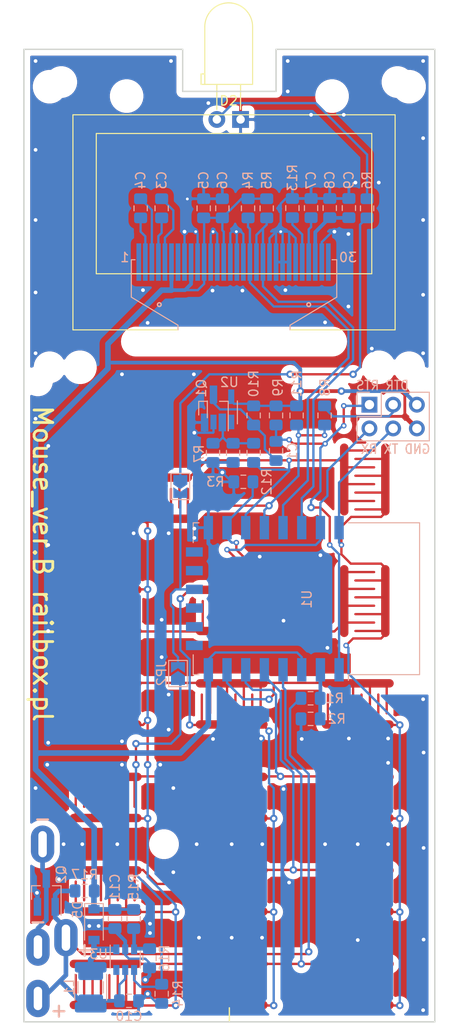
<source format=kicad_pcb>
(kicad_pcb (version 20171130) (host pcbnew "(5.1.5)-3")
  (layers (0 F.Cu signal) (31 B.Cu signal) (34 B.Paste user hide) (35 F.Paste user hide) (36 B.SilkS user) (37 F.SilkS user hide) (38 B.Mask user hide) (39 F.Mask user hide) (44 Edge.Cuts user))
  (net 0 "")
  (net 1 ESP_RST)
  (net 2 D_C2P)
  (net 3 D_C2N)
  (net 4 D_C1P)
  (net 5 D_C1N)
  (net 6 +BATT)
  (net 7 DTR)
  (net 8 ESP_IO0|COL1)
  (net 9 ROW5)
  (net 10 SCL)
  (net 11 SDA)
  (net 12 ROW1)
  (net 13 ROW2)
  (net 14 ROW3)
  (net 15 ROW4)
  (net 16 ROW6)
  (net 17 "Net-(C1-Pad2)")
  (net 18 "Net-(C2-Pad2)")
  (net 19 "Net-(C7-Pad2)")
  (net 20 "Net-(C8-Pad2)")
  (net 21 "Net-(D1-Pad30)")
  (net 22 "Net-(D1-Pad26)")
  (net 23 "Net-(D1-Pad7)")
  (net 24 "Net-(D1-Pad1)")
  (net 25 "Net-(R1-Pad2)")
  (net 26 "Net-(U1-Pad14)")
  (net 27 "Net-(U1-Pad13)")
  (net 28 "Net-(U1-Pad11)")
  (net 29 "Net-(U1-Pad10)")
  (net 30 "Net-(U1-Pad9)")
  (net 31 ESP_TX|COL3)
  (net 32 ESP_RX|COL2)
  (net 33 "Net-(D2-Pad2)")
  (net 34 "Net-(JP1-Pad1)")
  (net 35 "Net-(JP1-Pad2)")
  (net 36 GND)
  (net 37 +3V3)
  (net 38 /VC_SW)
  (net 39 PWR_EN)
  (net 40 /VC_FB)
  (net 41 "Net-(U3-Pad6)")
  (net 42 "Net-(J2-Pad1)")
  (module Jumper:SolderJumper-2_P1.3mm_Open_TrianglePad1.0x1.5mm (layer B.Cu) (at 91.5 116.75 90)
    (fp_text reference JP2 (at 0 -1.75 90) (layer B.SilkS) (effects (justify mirror)))
    (fp_text value DNI hide)
    (pad 1 smd custom (at -0.725 0 90) (size 0.3 0.3) (layers B.Cu B.Mask) (net 39 PWR_EN) (options (clearance outline) (anchor rect)) (primitives (gr_poly (pts (xy -0.5 0.75) (xy 0.5 0.75) (xy 1 0) (xy 0.5 -0.75) (xy -0.5 -0.75)) (width 0))))
    (pad 2 smd custom (at 0.725 0 90) (size 0.3 0.3) (layers B.Cu B.Mask) (net 35 "Net-(JP1-Pad2)") (options (clearance outline) (anchor rect)) (primitives (gr_poly (pts (xy -0.65 0.75) (xy 0.5 0.75) (xy 0.5 -0.75) (xy -0.65 -0.75) (xy -0.15 0)) (width 0))))
  )
  (module Resistor_SMD:R_0805_2012Metric_Pad1.15x1.40mm_HandSolder (layer B.Cu) (at 81.5 140 180)
    (fp_text reference R17 (at 0 1.75) (layer B.SilkS) (effects (justify mirror)))
    (fp_text value DNI hide)
    (pad 2 smd roundrect (at 1.025 0 180) (size 1.15 1.4) (layers B.Cu B.Paste B.Mask) (roundrect_rratio 0.217391) (net 6 +BATT))
    (pad 1 smd roundrect (at -1.025 0 180) (size 1.15 1.4) (layers B.Cu B.Paste B.Mask) (roundrect_rratio 0.217391) (net 37 +3V3))
  )
  (module Inductor_SMD:L_1812_4532Metric (layer B.Cu) (at 82.15 150.3 270)
    (fp_text reference L2 hide)
    (fp_text value DNI hide)
    (pad 2 smd roundrect (at 2.1375 0 270) (size 1.125 3.4) (layers B.Cu B.Paste B.Mask) (roundrect_rratio 0.222222) (net 6 +BATT))
    (pad 1 smd roundrect (at -2.1375 0 270) (size 1.125 3.4) (layers B.Cu B.Paste B.Mask) (roundrect_rratio 0.222222) (net 38 /VC_SW))
  )
  (module Resistor_SMD:R_0805_2012Metric_Pad1.15x1.40mm_HandSolder (layer B.Cu) (at 88.45 147.2 270)
    (fp_text reference R16 (at 0 -1.6 90) (layer B.SilkS) (effects (justify mirror)))
    (fp_text value "15k 1%")
    (pad 2 smd roundrect (at 1.025 0 270) (size 1.15 1.4) (layers B.Cu B.Paste B.Mask) (roundrect_rratio 0.217391) (net 36 GND))
    (pad 1 smd roundrect (at -1.025 0 270) (size 1.15 1.4) (layers B.Cu B.Paste B.Mask) (roundrect_rratio 0.217391) (net 40 /VC_FB))
  )
  (module Resistor_SMD:R_0805_2012Metric_Pad1.15x1.40mm_HandSolder (layer B.Cu) (at 86.75 143 270)
    (fp_text reference R15 (at -3.4 0 90) (layer B.SilkS) (effects (justify mirror)))
    (fp_text value "68k 1%")
    (pad 2 smd roundrect (at 1.025 0 270) (size 1.15 1.4) (layers B.Cu B.Paste B.Mask) (roundrect_rratio 0.217391) (net 40 /VC_FB))
    (pad 1 smd roundrect (at -1.025 0 270) (size 1.15 1.4) (layers B.Cu B.Paste B.Mask) (roundrect_rratio 0.217391) (net 37 +3V3))
  )
  (module Resistor_SMD:R_0805_2012Metric_Pad1.15x1.40mm_HandSolder (layer B.Cu) (at 89.75 151 270)
    (fp_text reference R14 (at 0 -1.75 90) (layer B.SilkS) (effects (justify mirror)))
    (fp_text value 1M)
    (pad 2 smd roundrect (at 1.025 0 270) (size 1.15 1.4) (layers B.Cu B.Paste B.Mask) (roundrect_rratio 0.217391) (net 36 GND))
    (pad 1 smd roundrect (at -1.025 0 270) (size 1.15 1.4) (layers B.Cu B.Paste B.Mask) (roundrect_rratio 0.217391) (net 39 PWR_EN))
  )
  (module Package_TO_SOT_SMD:SOT-23_Handsoldering (layer B.Cu) (at 77.4 140.2 90)
    (fp_text reference Q2 (at 1.95 1.6 90) (layer B.SilkS) (effects (justify mirror)))
    (fp_text value IRLML2060)
    (pad 3 smd rect (at 1.5 0 90) (size 1.9 0.8) (layers B.Cu B.Paste B.Mask) (net 42 "Net-(J2-Pad1)"))
    (pad 2 smd rect (at -1.5 -0.95 90) (size 1.9 0.8) (layers B.Cu B.Paste B.Mask) (net 36 GND))
    (pad 1 smd rect (at -1.5 0.95 90) (size 1.9 0.8) (layers B.Cu B.Paste B.Mask) (net 6 +BATT))
  )
  (module Diode_SMD:D_SOD-123 (layer B.Cu) (at 82.5 143.6 270)
    (fp_text reference D5 (at -1.6 1.75 90) (layer B.SilkS) (effects (justify mirror)))
    (fp_text value 5819W)
    (pad 2 smd rect (at 1.65 0 270) (size 0.9 1.2) (layers B.Cu B.Paste B.Mask) (net 38 /VC_SW))
    (pad 1 smd rect (at -1.65 0 270) (size 0.9 1.2) (layers B.Cu B.Paste B.Mask) (net 37 +3V3))
  )
  (module Package_TO_SOT_SMD:SOT-23-6 (layer B.Cu) (at 85.85 147.35 270)
    (fp_text reference U3 (at -0.6 2.85) (layer B.SilkS) (effects (justify mirror)))
    (fp_text value MT3608)
    (pad 5 smd rect (at 1.1 0 270) (size 1.06 0.65) (layers B.Cu B.Paste B.Mask) (net 6 +BATT))
    (pad 6 smd rect (at 1.1 0.95 270) (size 1.06 0.65) (layers B.Cu B.Paste B.Mask) (net 41 "Net-(U3-Pad6)"))
    (pad 4 smd rect (at 1.1 -0.95 270) (size 1.06 0.65) (layers B.Cu B.Paste B.Mask) (net 39 PWR_EN))
    (pad 3 smd rect (at -1.1 -0.95 270) (size 1.06 0.65) (layers B.Cu B.Paste B.Mask) (net 40 /VC_FB))
    (pad 2 smd rect (at -1.1 0 270) (size 1.06 0.65) (layers B.Cu B.Paste B.Mask) (net 36 GND))
    (pad 1 smd rect (at -1.1 0.95 270) (size 1.06 0.65) (layers B.Cu B.Paste B.Mask) (net 38 /VC_SW))
  )
  (module Inductor_SMD:L_1210_3225Metric_Pad1.42x2.65mm_HandSolder (layer B.Cu) (at 82.15 150.3 270)
    (fp_text reference L1 (at 0 2.28 90) (layer B.SilkS) (effects (justify mirror)))
    (fp_text value 4.7uH)
    (pad 2 smd roundrect (at 1.4875 0 270) (size 1.425 2.65) (layers B.Cu B.Paste B.Mask) (roundrect_rratio 0.175439) (net 6 +BATT))
    (pad 1 smd roundrect (at -1.4875 0 270) (size 1.425 2.65) (layers B.Cu B.Paste B.Mask) (roundrect_rratio 0.175439) (net 38 /VC_SW))
  )
  (module Capacitor_SMD:C_0805_2012Metric_Pad1.15x1.40mm_HandSolder (layer B.Cu) (at 84.75 143 270)
    (fp_text reference C11 (at -3.4 0 90) (layer B.SilkS) (effects (justify mirror)))
    (fp_text value 4.7u)
    (pad 2 smd roundrect (at 1.025 0 270) (size 1.15 1.4) (layers B.Cu B.Paste B.Mask) (roundrect_rratio 0.217391) (net 36 GND))
    (pad 1 smd roundrect (at -1.025 0 270) (size 1.15 1.4) (layers B.Cu B.Paste B.Mask) (roundrect_rratio 0.217391) (net 37 +3V3))
  )
  (module Capacitor_SMD:C_0805_2012Metric_Pad1.15x1.40mm_HandSolder (layer B.Cu) (at 86.25 151.75)
    (fp_text reference C10 (at 0 1.65) (layer B.SilkS) (effects (justify mirror)))
    (fp_text value 4.7u)
    (pad 2 smd roundrect (at 1.025 0) (size 1.15 1.4) (layers B.Cu B.Paste B.Mask) (roundrect_rratio 0.217391) (net 36 GND))
    (pad 1 smd roundrect (at -1.025 0) (size 1.15 1.4) (layers B.Cu B.Paste B.Mask) (roundrect_rratio 0.217391) (net 6 +BATT))
  )
  (module KiCadLibs:RC_case (layer F.Cu) (at 97 102)
    (fp_text reference J2 hide)
    (fp_text value DNI)
    (fp_text user + (at -18.25 50.75) (layer B.SilkS) (effects (font (size 1.5 1.5) (thickness 0.25))))
    (fp_text user + (at -15.5 44.25) (layer B.SilkS) (effects (font (size 1.5 1.5) (thickness 0.25))))
    (fp_text user - (at -20.5 41.25) (layer B.SilkS) (effects (font (size 1.5 1.5) (thickness 0.25))))
    (fp_text user - (at -20 30.25) (layer B.SilkS) (effects (font (size 1.5 1.5) (thickness 0.25))))
    (pad "" np_thru_hole circle (at -18 -48.5) (size 2.2 2.2) (drill 2.2) (layers *.Cu *.Mask))
    (pad "" np_thru_hole circle (at 18 -48.5) (size 2.2 2.2) (drill 2.2) (layers *.Cu *.Mask))
    (pad "" np_thru_hole circle (at -11 -47) (size 2.4 2.4) (drill 2.4) (layers *.Cu *.Mask))
    (pad "" np_thru_hole circle (at 11 -47 90) (size 2.4 2.4) (drill 2.4) (layers *.Cu *.Mask))
    (pad "" np_thru_hole circle (at -16 -18) (size 2.4 2.4) (drill 2.4) (layers *.Cu *.Mask))
    (pad "" np_thru_hole circle (at 16 -18) (size 2.4 2.4) (drill 2.4) (layers *.Cu *.Mask))
    (pad "" np_thru_hole circle (at -7 33) (size 2 2) (drill 2) (layers *.Cu *.Mask))
    (pad 1 thru_hole oval (at -20.5 44) (size 2.5 4) (drill oval 0.9 2.5) (layers *.Cu *.Mask) (net 42 "Net-(J2-Pad1)"))
    (pad 2 thru_hole oval (at -20.5 49.5) (size 2.5 4) (drill oval 0.9 2.5) (layers *.Cu *.Mask) (net 6 +BATT))
    (pad "" np_thru_hole circle (at -20.5 -16.5) (size 2 2) (drill 2) (layers *.Cu *.Mask))
    (pad "" np_thru_hole circle (at 20.5 -16.5) (size 2 2) (drill 2) (layers *.Cu *.Mask))
    (pad 1 thru_hole oval (at -20 33) (size 2.5 4) (drill oval 0.9 2.8) (layers *.Cu *.Mask) (net 42 "Net-(J2-Pad1)"))
    (pad 2 thru_hole oval (at -17.5 43) (size 2.5 4) (drill oval 0.9 2.8) (layers *.Cu *.Mask) (net 6 +BATT))
    (pad "" np_thru_hole circle (at 19.25 -18) (size 2.2 2.2) (drill 2.2) (layers *.Cu *.Mask))
    (pad "" np_thru_hole circle (at -19.25 -18) (size 2.2 2.2) (drill 2.2) (layers *.Cu *.Mask))
    (pad "" np_thru_hole circle (at -19.25 -48) (size 2.4 2.4) (drill 2.4) (layers *.Cu *.Mask))
    (pad "" np_thru_hole circle (at 19.25 -48) (size 2.4 2.4) (drill 2.4) (layers *.Cu *.Mask))
  )
  (module Package_TO_SOT_SMD:SOT-23-5_HandSoldering (layer B.Cu) (at 96.25 88.5 90)
    (fp_text reference U2 (at 2.9 0.75 180) (layer B.SilkS) (effects (justify mirror)))
    (fp_text value 74AHC1G04 hide)
    (pad 5 smd rect (at 1.35 0.95 90) (size 1.56 0.65) (layers B.Cu B.Paste B.Mask) (net 37 +3V3))
    (pad 4 smd rect (at 1.35 -0.95 90) (size 1.56 0.65) (layers B.Cu B.Paste B.Mask) (net 17 "Net-(C1-Pad2)"))
    (pad 3 smd rect (at -1.35 -0.95 90) (size 1.56 0.65) (layers B.Cu B.Paste B.Mask) (net 36 GND))
    (pad 2 smd rect (at -1.35 0 90) (size 1.56 0.65) (layers B.Cu B.Paste B.Mask) (net 18 "Net-(C2-Pad2)"))
    (pad 1 smd rect (at -1.35 0.95 90) (size 1.56 0.65) (layers B.Cu B.Paste B.Mask))
  )
  (module Resistor_SMD:R_0805_2012Metric_Pad1.15x1.40mm_HandSolder (layer B.Cu) (at 95.25 93.15 90)
    (fp_text reference R7 (at -0.1 -1.5 90) (layer B.SilkS) (effects (justify mirror)))
    (fp_text value DNI hide)
    (pad 2 smd roundrect (at 1.025 0 90) (size 1.15 1.4) (layers B.Cu B.Paste B.Mask) (roundrect_rratio 0.217391) (net 18 "Net-(C2-Pad2)"))
    (pad 1 smd roundrect (at -1.025 0 90) (size 1.15 1.4) (layers B.Cu B.Paste B.Mask) (roundrect_rratio 0.217391) (net 36 GND))
  )
  (module KiCadLibs:RC_button_long (layer F.Cu) (at 86.75 98)
    (fp_text reference SW1 hide)
    (fp_text value DNI_PCB)
    (fp_line (start -5.9 1) (end -5.9 -1.8) (layer F.Cu) (width 0.25))
    (fp_line (start 5.8 1.8) (end 5.8 -1) (layer F.Cu) (width 0.25))
    (fp_line (start -5 1.8) (end -5 -1) (layer F.Cu) (width 0.25))
    (fp_line (start 4.9 1) (end 4.9 -1.8) (layer F.Cu) (width 0.25))
    (fp_line (start -4.1 1) (end -4.1 -1.8) (layer F.Cu) (width 0.25))
    (fp_line (start 4 1.8) (end 4 -1) (layer F.Cu) (width 0.25))
    (fp_line (start -3.2 1.8) (end -3.2 -1) (layer F.Cu) (width 0.25))
    (fp_line (start -2.3 1) (end -2.3 -1.8) (layer F.Cu) (width 0.25))
    (fp_line (start -1.4 1.8) (end -1.4 -1) (layer F.Cu) (width 0.25))
    (fp_line (start -0.5 1) (end -0.5 -1.8) (layer F.Cu) (width 0.25))
    (fp_line (start 0.4 1.8) (end 0.4 -1) (layer F.Cu) (width 0.25))
    (fp_line (start 1.3 1) (end 1.3 -1.8) (layer F.Cu) (width 0.25))
    (fp_line (start 2.2 1.8) (end 2.2 -1) (layer F.Cu) (width 0.25))
    (fp_line (start 3.1 1) (end 3.1 -1.8) (layer F.Cu) (width 0.25))
    (pad 1 smd oval (at 0 -2.2) (size 12.5 0.9) (layers F.Cu) (net 12 ROW1))
    (pad 2 smd oval (at 0 2.2) (size 12.5 0.9) (layers F.Cu) (net 8 ESP_IO0|COL1))
  )
  (module Package_TO_SOT_SMD:SOT-23_Handsoldering (layer B.Cu) (at 95.3 88.4 90)
    (fp_text reference Q1 (at 2.15 -1.3 270) (layer B.SilkS) (effects (justify mirror)))
    (fp_text value MMBT3904)
    (pad 3 smd rect (at 1.5 0 90) (size 1.9 0.8) (layers B.Cu B.Paste B.Mask) (net 17 "Net-(C1-Pad2)"))
    (pad 2 smd rect (at -1.5 -0.95 90) (size 1.9 0.8) (layers B.Cu B.Paste B.Mask) (net 36 GND))
    (pad 1 smd rect (at -1.5 0.95 90) (size 1.9 0.8) (layers B.Cu B.Paste B.Mask) (net 18 "Net-(C2-Pad2)"))
  )
  (module Resistor_SMD:R_0805_2012Metric_Pad1.15x1.40mm_HandSolder (layer B.Cu) (at 99.6 89.15 90)
    (fp_text reference R10 (at 3.4 0 90) (layer B.SilkS) (effects (justify mirror)))
    (fp_text value 100k)
    (pad 2 smd roundrect (at 1.025 0 90) (size 1.15 1.4) (layers B.Cu B.Paste B.Mask) (roundrect_rratio 0.217391) (net 37 +3V3))
    (pad 1 smd roundrect (at -1.025 0 90) (size 1.15 1.4) (layers B.Cu B.Paste B.Mask) (roundrect_rratio 0.217391) (net 17 "Net-(C1-Pad2)"))
  )
  (module KiCadLibs:OLED_32pin (layer F.Cu) (at 97.5 72.25)
    (fp_text reference D1 hide)
    (fp_text value OLED32pin)
    (fp_text user 30 (at 12.2 0 -180) (layer B.SilkS) (effects (justify mirror)))
    (fp_text user 1 (at -11.7 0 -180) (layer B.SilkS) (effects (justify mirror)))
    (pad 30 smd rect (at 10.1 0.5 270) (size 4 0.5) (layers B.Cu B.Paste B.Mask) (net 21 "Net-(D1-Pad30)"))
    (pad 29 smd rect (at 9.4 0.5 270) (size 4 0.5) (layers B.Cu B.Paste B.Mask) (net 36 GND))
    (pad 28 smd rect (at 8.7 0.5 270) (size 4 0.5) (layers B.Cu B.Paste B.Mask) (net 20 "Net-(C8-Pad2)"))
    (pad 27 smd rect (at 8 0.5 270) (size 4 0.5) (layers B.Cu B.Paste B.Mask) (net 19 "Net-(C7-Pad2)"))
    (pad 26 smd rect (at 7.3 0.5 270) (size 4 0.5) (layers B.Cu B.Paste B.Mask) (net 22 "Net-(D1-Pad26)"))
    (pad 25 smd rect (at 6.6 0.5 270) (size 4 0.5) (layers B.Cu B.Paste B.Mask) (net 36 GND))
    (pad 24 smd rect (at 5.9 0.5 270) (size 4 0.5) (layers B.Cu B.Paste B.Mask) (net 36 GND))
    (pad 23 smd rect (at 5.2 0.5 270) (size 4 0.5) (layers B.Cu B.Paste B.Mask) (net 36 GND))
    (pad 22 smd rect (at 4.5 0.5 270) (size 4 0.5) (layers B.Cu B.Paste B.Mask) (net 36 GND))
    (pad 21 smd rect (at 3.8 0.5 270) (size 4 0.5) (layers B.Cu B.Paste B.Mask) (net 36 GND))
    (pad 20 smd rect (at 3.1 0.5 270) (size 4 0.5) (layers B.Cu B.Paste B.Mask) (net 11 SDA))
    (pad 19 smd rect (at 2.4 0.5 270) (size 4 0.5) (layers B.Cu B.Paste B.Mask) (net 11 SDA))
    (pad 18 smd rect (at 1.7 0.5 270) (size 4 0.5) (layers B.Cu B.Paste B.Mask) (net 10 SCL))
    (pad 17 smd rect (at 1 0.5 270) (size 4 0.5) (layers B.Cu B.Paste B.Mask) (net 36 GND))
    (pad 16 smd rect (at 0.3 0.5 270) (size 4 0.5) (layers B.Cu B.Paste B.Mask) (net 36 GND))
    (pad 15 smd rect (at -0.4 0.5 270) (size 4 0.5) (layers B.Cu B.Paste B.Mask) (net 36 GND))
    (pad 14 smd rect (at -1.1 0.5 270) (size 4 0.5) (layers B.Cu B.Paste B.Mask) (net 37 +3V3))
    (pad 13 smd rect (at -1.8 0.5 270) (size 4 0.5) (layers B.Cu B.Paste B.Mask) (net 36 GND))
    (pad 12 smd rect (at -2.5 0.5 270) (size 4 0.5) (layers B.Cu B.Paste B.Mask) (net 36 GND))
    (pad 11 smd rect (at -3.2 0.5 270) (size 4 0.5) (layers B.Cu B.Paste B.Mask) (net 37 +3V3))
    (pad 10 smd rect (at -3.9 0.5 270) (size 4 0.5) (layers B.Cu B.Paste B.Mask) (net 36 GND))
    (pad 9 smd rect (at -4.6 0.5 270) (size 4 0.5) (layers B.Cu B.Paste B.Mask) (net 37 +3V3))
    (pad 8 smd rect (at -5.3 0.5 270) (size 4 0.5) (layers B.Cu B.Paste B.Mask) (net 36 GND))
    (pad 7 smd rect (at -6 0.5 270) (size 4 0.5) (layers B.Cu B.Paste B.Mask) (net 23 "Net-(D1-Pad7)"))
    (pad 6 smd rect (at -6.7 0.5 270) (size 4 0.5) (layers B.Cu B.Paste B.Mask) (net 37 +3V3))
    (pad 5 smd rect (at -7.4 0.5 270) (size 4 0.5) (layers B.Cu B.Paste B.Mask) (net 5 D_C1N))
    (pad 4 smd rect (at -8.1 0.5 270) (size 4 0.5) (layers B.Cu B.Paste B.Mask) (net 4 D_C1P))
    (pad 3 smd rect (at -8.8 0.5 270) (size 4 0.5) (layers B.Cu B.Paste B.Mask) (net 3 D_C2N))
    (pad 2 smd rect (at -9.5 0.5 270) (size 4 0.5) (layers B.Cu B.Paste B.Mask) (net 2 D_C2P))
    (pad 1 smd rect (at -10.2 0.5 270) (size 4 0.5) (layers B.Cu B.Paste B.Mask) (net 24 "Net-(D1-Pad1)"))
    (pad "" np_thru_hole oval (at 0 9 90) (size 2 23) (drill oval 2 23) (layers *.Cu *.Mask))
  )
  (module Jumper:SolderJumper-2_P1.3mm_Open_TrianglePad1.0x1.5mm (layer B.Cu) (at 91.75 96.75 270)
    (fp_text reference JP1 hide)
    (fp_text value DNI hide)
    (pad 1 smd custom (at -0.725 0 270) (size 0.3 0.3) (layers B.Cu B.Mask) (net 34 "Net-(JP1-Pad1)") (options (clearance outline) (anchor rect)) (primitives (gr_poly (pts (xy -0.5 0.75) (xy 0.5 0.75) (xy 1 0) (xy 0.5 -0.75) (xy -0.5 -0.75)) (width 0))))
    (pad 2 smd custom (at 0.725 0 270) (size 0.3 0.3) (layers B.Cu B.Mask) (net 35 "Net-(JP1-Pad2)") (options (clearance outline) (anchor rect)) (primitives (gr_poly (pts (xy -0.65 0.75) (xy 0.5 0.75) (xy 0.5 -0.75) (xy -0.65 -0.75) (xy -0.15 0)) (width 0))))
  )
  (module Capacitor_SMD:C_0805_2012Metric_Pad1.15x1.40mm_HandSolder (layer B.Cu) (at 94.25 67 270)
    (fp_text reference C5 (at -3 0 270) (layer B.SilkS) (effects (justify mirror)))
    (fp_text value 10u)
    (pad 2 smd roundrect (at 1.025 0 270) (size 1.15 1.4) (layers B.Cu B.Paste B.Mask) (roundrect_rratio 0.217391) (net 37 +3V3))
    (pad 1 smd roundrect (at -1.025 0 270) (size 1.15 1.4) (layers B.Cu B.Paste B.Mask) (roundrect_rratio 0.217391) (net 36 GND))
  )
  (module LEDs:LED_D5.0mm_Horizontal_O3.81mm_Z3.0mm (layer F.Cu) (at 98.2 57.5 180)
    (fp_text reference D2 (at 1.27 2) (layer F.SilkS))
    (fp_text value DNI)
    (pad 2 thru_hole circle (at 2.54 0 180) (size 1.8 1.8) (drill 0.9) (layers *.Cu *.Mask) (net 33 "Net-(D2-Pad2)"))
    (pad 1 thru_hole rect (at 0 0 180) (size 1.8 1.8) (drill 0.9) (layers *.Cu *.Mask) (net 36 GND))
  )
  (module Resistor_SMD:R_0805_2012Metric_Pad1.15x1.40mm_HandSolder (layer B.Cu) (at 111.75 67 90)
    (fp_text reference R6 (at 3 0 90) (layer B.SilkS) (effects (justify mirror)))
    (fp_text value DNI hide)
    (pad 2 smd roundrect (at 1.025 0 90) (size 1.15 1.4) (layers B.Cu B.Paste B.Mask) (roundrect_rratio 0.217391) (net 33 "Net-(D2-Pad2)"))
    (pad 1 smd roundrect (at -1.025 0 90) (size 1.15 1.4) (layers B.Cu B.Paste B.Mask) (roundrect_rratio 0.217391) (net 34 "Net-(JP1-Pad1)"))
  )
  (module KiCadLibs:RC_button (layer F.Cu) (at 110.75 130)
    (fp_text reference SW16 hide)
    (fp_text value DNI_PCB)
    (fp_line (start -3.2 1.8) (end -3.2 -1) (layer F.Cu) (width 0.25))
    (fp_line (start -2.3 1) (end -2.3 -1.8) (layer F.Cu) (width 0.25))
    (fp_line (start -1.4 1.8) (end -1.4 -1) (layer F.Cu) (width 0.25))
    (fp_line (start -0.5 1) (end -0.5 -1.8) (layer F.Cu) (width 0.25))
    (fp_line (start 0.4 1.8) (end 0.4 -1) (layer F.Cu) (width 0.25))
    (fp_line (start 1.3 1) (end 1.3 -1.8) (layer F.Cu) (width 0.25))
    (fp_line (start 2.2 1.8) (end 2.2 -1) (layer F.Cu) (width 0.25))
    (fp_line (start 3.1 1) (end 3.1 -1.8) (layer F.Cu) (width 0.25))
    (pad 1 smd oval (at 0 -2.2) (size 7.7 0.9) (layers F.Cu) (net 15 ROW4))
    (pad 2 smd oval (at 0 2.2) (size 7.7 0.9) (layers F.Cu) (net 31 ESP_TX|COL3))
  )
  (module KiCadLibs:RC_button (layer F.Cu) (at 97.25 140)
    (fp_text reference SW11 hide)
    (fp_text value DNI_PCB)
    (fp_line (start -3.2 1.8) (end -3.2 -1) (layer F.Cu) (width 0.25))
    (fp_line (start -2.3 1) (end -2.3 -1.8) (layer F.Cu) (width 0.25))
    (fp_line (start -1.4 1.8) (end -1.4 -1) (layer F.Cu) (width 0.25))
    (fp_line (start -0.5 1) (end -0.5 -1.8) (layer F.Cu) (width 0.25))
    (fp_line (start 0.4 1.8) (end 0.4 -1) (layer F.Cu) (width 0.25))
    (fp_line (start 1.3 1) (end 1.3 -1.8) (layer F.Cu) (width 0.25))
    (fp_line (start 2.2 1.8) (end 2.2 -1) (layer F.Cu) (width 0.25))
    (fp_line (start 3.1 1) (end 3.1 -1.8) (layer F.Cu) (width 0.25))
    (pad 1 smd oval (at 0 -2.2) (size 7.7 0.9) (layers F.Cu) (net 9 ROW5))
    (pad 2 smd oval (at 0 2.2) (size 7.7 0.9) (layers F.Cu) (net 32 ESP_RX|COL2))
  )
  (module KiCadLibs:RC_button (layer F.Cu) (at 110.75 150)
    (fp_text reference SW18 hide)
    (fp_text value DNI_PCB)
    (fp_line (start -3.2 1.8) (end -3.2 -1) (layer F.Cu) (width 0.25))
    (fp_line (start -2.3 1) (end -2.3 -1.8) (layer F.Cu) (width 0.25))
    (fp_line (start -1.4 1.8) (end -1.4 -1) (layer F.Cu) (width 0.25))
    (fp_line (start -0.5 1) (end -0.5 -1.8) (layer F.Cu) (width 0.25))
    (fp_line (start 0.4 1.8) (end 0.4 -1) (layer F.Cu) (width 0.25))
    (fp_line (start 1.3 1) (end 1.3 -1.8) (layer F.Cu) (width 0.25))
    (fp_line (start 2.2 1.8) (end 2.2 -1) (layer F.Cu) (width 0.25))
    (fp_line (start 3.1 1) (end 3.1 -1.8) (layer F.Cu) (width 0.25))
    (pad 1 smd oval (at 0 -2.2) (size 7.7 0.9) (layers F.Cu) (net 16 ROW6))
    (pad 2 smd oval (at 0 2.2) (size 7.7 0.9) (layers F.Cu) (net 31 ESP_TX|COL3))
  )
  (module KiCadLibs:RC_button (layer F.Cu) (at 97.25 120)
    (fp_text reference SW9 hide)
    (fp_text value DNI_PCB)
    (fp_line (start -3.2 1.8) (end -3.2 -1) (layer F.Cu) (width 0.25))
    (fp_line (start -2.3 1) (end -2.3 -1.8) (layer F.Cu) (width 0.25))
    (fp_line (start -1.4 1.8) (end -1.4 -1) (layer F.Cu) (width 0.25))
    (fp_line (start -0.5 1) (end -0.5 -1.8) (layer F.Cu) (width 0.25))
    (fp_line (start 0.4 1.8) (end 0.4 -1) (layer F.Cu) (width 0.25))
    (fp_line (start 1.3 1) (end 1.3 -1.8) (layer F.Cu) (width 0.25))
    (fp_line (start 2.2 1.8) (end 2.2 -1) (layer F.Cu) (width 0.25))
    (fp_line (start 3.1 1) (end 3.1 -1.8) (layer F.Cu) (width 0.25))
    (pad 1 smd oval (at 0 -2.2) (size 7.7 0.9) (layers F.Cu) (net 14 ROW3))
    (pad 2 smd oval (at 0 2.2) (size 7.7 0.9) (layers F.Cu) (net 32 ESP_RX|COL2))
  )
  (module KiCadLibs:RC_button (layer F.Cu) (at 97.25 130)
    (fp_text reference SW10 hide)
    (fp_text value DNI_PCB)
    (fp_line (start -3.2 1.8) (end -3.2 -1) (layer F.Cu) (width 0.25))
    (fp_line (start -2.3 1) (end -2.3 -1.8) (layer F.Cu) (width 0.25))
    (fp_line (start -1.4 1.8) (end -1.4 -1) (layer F.Cu) (width 0.25))
    (fp_line (start -0.5 1) (end -0.5 -1.8) (layer F.Cu) (width 0.25))
    (fp_line (start 0.4 1.8) (end 0.4 -1) (layer F.Cu) (width 0.25))
    (fp_line (start 1.3 1) (end 1.3 -1.8) (layer F.Cu) (width 0.25))
    (fp_line (start 2.2 1.8) (end 2.2 -1) (layer F.Cu) (width 0.25))
    (fp_line (start 3.1 1) (end 3.1 -1.8) (layer F.Cu) (width 0.25))
    (pad 1 smd oval (at 0 -2.2) (size 7.7 0.9) (layers F.Cu) (net 15 ROW4))
    (pad 2 smd oval (at 0 2.2) (size 7.7 0.9) (layers F.Cu) (net 32 ESP_RX|COL2))
  )
  (module KiCadLibs:RC_button (layer F.Cu) (at 97.25 150)
    (fp_text reference SW12 hide)
    (fp_text value DNI_PCB)
    (fp_line (start -3.2 1.8) (end -3.2 -1) (layer F.Cu) (width 0.25))
    (fp_line (start -2.3 1) (end -2.3 -1.8) (layer F.Cu) (width 0.25))
    (fp_line (start -1.4 1.8) (end -1.4 -1) (layer F.Cu) (width 0.25))
    (fp_line (start -0.5 1) (end -0.5 -1.8) (layer F.Cu) (width 0.25))
    (fp_line (start 0.4 1.8) (end 0.4 -1) (layer F.Cu) (width 0.25))
    (fp_line (start 1.3 1) (end 1.3 -1.8) (layer F.Cu) (width 0.25))
    (fp_line (start 2.2 1.8) (end 2.2 -1) (layer F.Cu) (width 0.25))
    (fp_line (start 3.1 1) (end 3.1 -1.8) (layer F.Cu) (width 0.25))
    (pad 1 smd oval (at 0 -2.2) (size 7.7 0.9) (layers F.Cu) (net 16 ROW6))
    (pad 2 smd oval (at 0 2.2) (size 7.7 0.9) (layers F.Cu) (net 32 ESP_RX|COL2))
  )
  (module KiCadLibs:RC_button (layer F.Cu) (at 97.25 110 180)
    (fp_text reference SW8 hide)
    (fp_text value DNI_PCB)
    (fp_line (start -3.2 1.8) (end -3.2 -1) (layer F.Cu) (width 0.25))
    (fp_line (start -2.3 1) (end -2.3 -1.8) (layer F.Cu) (width 0.25))
    (fp_line (start -1.4 1.8) (end -1.4 -1) (layer F.Cu) (width 0.25))
    (fp_line (start -0.5 1) (end -0.5 -1.8) (layer F.Cu) (width 0.25))
    (fp_line (start 0.4 1.8) (end 0.4 -1) (layer F.Cu) (width 0.25))
    (fp_line (start 1.3 1) (end 1.3 -1.8) (layer F.Cu) (width 0.25))
    (fp_line (start 2.2 1.8) (end 2.2 -1) (layer F.Cu) (width 0.25))
    (fp_line (start 3.1 1) (end 3.1 -1.8) (layer F.Cu) (width 0.25))
    (pad 1 smd oval (at 0 -2.2 180) (size 7.7 0.9) (layers F.Cu) (net 13 ROW2))
    (pad 2 smd oval (at 0 2.2 180) (size 7.7 0.9) (layers F.Cu) (net 32 ESP_RX|COL2))
  )
  (module KiCadLibs:RC_button (layer F.Cu) (at 110.75 140)
    (fp_text reference SW17 hide)
    (fp_text value DNI_PCB)
    (fp_line (start -3.2 1.8) (end -3.2 -1) (layer F.Cu) (width 0.25))
    (fp_line (start -2.3 1) (end -2.3 -1.8) (layer F.Cu) (width 0.25))
    (fp_line (start -1.4 1.8) (end -1.4 -1) (layer F.Cu) (width 0.25))
    (fp_line (start -0.5 1) (end -0.5 -1.8) (layer F.Cu) (width 0.25))
    (fp_line (start 0.4 1.8) (end 0.4 -1) (layer F.Cu) (width 0.25))
    (fp_line (start 1.3 1) (end 1.3 -1.8) (layer F.Cu) (width 0.25))
    (fp_line (start 2.2 1.8) (end 2.2 -1) (layer F.Cu) (width 0.25))
    (fp_line (start 3.1 1) (end 3.1 -1.8) (layer F.Cu) (width 0.25))
    (pad 1 smd oval (at 0 -2.2) (size 7.7 0.9) (layers F.Cu) (net 9 ROW5))
    (pad 2 smd oval (at 0 2.2) (size 7.7 0.9) (layers F.Cu) (net 31 ESP_TX|COL3))
  )
  (module KiCadLibs:RC_button (layer F.Cu) (at 110.75 120)
    (fp_text reference SW15 hide)
    (fp_text value DNI_PCB)
    (fp_line (start -3.2 1.8) (end -3.2 -1) (layer F.Cu) (width 0.25))
    (fp_line (start -2.3 1) (end -2.3 -1.8) (layer F.Cu) (width 0.25))
    (fp_line (start -1.4 1.8) (end -1.4 -1) (layer F.Cu) (width 0.25))
    (fp_line (start -0.5 1) (end -0.5 -1.8) (layer F.Cu) (width 0.25))
    (fp_line (start 0.4 1.8) (end 0.4 -1) (layer F.Cu) (width 0.25))
    (fp_line (start 1.3 1) (end 1.3 -1.8) (layer F.Cu) (width 0.25))
    (fp_line (start 2.2 1.8) (end 2.2 -1) (layer F.Cu) (width 0.25))
    (fp_line (start 3.1 1) (end 3.1 -1.8) (layer F.Cu) (width 0.25))
    (pad 1 smd oval (at 0 -2.2) (size 7.7 0.9) (layers F.Cu) (net 14 ROW3))
    (pad 2 smd oval (at 0 2.2) (size 7.7 0.9) (layers F.Cu) (net 31 ESP_TX|COL3))
  )
  (module KiCadLibs:RC_button (layer F.Cu) (at 111.5 109 90)
    (fp_text reference SW14 hide)
    (fp_text value DNI_PCB)
    (fp_line (start -3.2 1.8) (end -3.2 -1) (layer F.Cu) (width 0.25))
    (fp_line (start -2.3 1) (end -2.3 -1.8) (layer F.Cu) (width 0.25))
    (fp_line (start -1.4 1.8) (end -1.4 -1) (layer F.Cu) (width 0.25))
    (fp_line (start -0.5 1) (end -0.5 -1.8) (layer F.Cu) (width 0.25))
    (fp_line (start 0.4 1.8) (end 0.4 -1) (layer F.Cu) (width 0.25))
    (fp_line (start 1.3 1) (end 1.3 -1.8) (layer F.Cu) (width 0.25))
    (fp_line (start 2.2 1.8) (end 2.2 -1) (layer F.Cu) (width 0.25))
    (fp_line (start 3.1 1) (end 3.1 -1.8) (layer F.Cu) (width 0.25))
    (pad 1 smd oval (at 0 -2.2 90) (size 7.7 0.9) (layers F.Cu) (net 13 ROW2))
    (pad 2 smd oval (at 0 2.2 90) (size 7.7 0.9) (layers F.Cu) (net 31 ESP_TX|COL3))
  )
  (module KiCadLibs:RC_button (layer F.Cu) (at 111.5 96 90)
    (fp_text reference SW13 hide)
    (fp_text value DNI_PCB)
    (fp_line (start -3.2 1.8) (end -3.2 -1) (layer F.Cu) (width 0.25))
    (fp_line (start -2.3 1) (end -2.3 -1.8) (layer F.Cu) (width 0.25))
    (fp_line (start -1.4 1.8) (end -1.4 -1) (layer F.Cu) (width 0.25))
    (fp_line (start -0.5 1) (end -0.5 -1.8) (layer F.Cu) (width 0.25))
    (fp_line (start 0.4 1.8) (end 0.4 -1) (layer F.Cu) (width 0.25))
    (fp_line (start 1.3 1) (end 1.3 -1.8) (layer F.Cu) (width 0.25))
    (fp_line (start 2.2 1.8) (end 2.2 -1) (layer F.Cu) (width 0.25))
    (fp_line (start 3.1 1) (end 3.1 -1.8) (layer F.Cu) (width 0.25))
    (pad 1 smd oval (at 0 -2.2 90) (size 7.7 0.9) (layers F.Cu) (net 12 ROW1))
    (pad 2 smd oval (at 0 2.2 90) (size 7.7 0.9) (layers F.Cu) (net 31 ESP_TX|COL3))
  )
  (module KiCadLibs:RC_button (layer F.Cu) (at 83.75 150)
    (fp_text reference SW6 hide)
    (fp_text value DNI_PCB)
    (fp_line (start -3.2 1.8) (end -3.2 -1) (layer F.Cu) (width 0.25))
    (fp_line (start -2.3 1) (end -2.3 -1.8) (layer F.Cu) (width 0.25))
    (fp_line (start -1.4 1.8) (end -1.4 -1) (layer F.Cu) (width 0.25))
    (fp_line (start -0.5 1) (end -0.5 -1.8) (layer F.Cu) (width 0.25))
    (fp_line (start 0.4 1.8) (end 0.4 -1) (layer F.Cu) (width 0.25))
    (fp_line (start 1.3 1) (end 1.3 -1.8) (layer F.Cu) (width 0.25))
    (fp_line (start 2.2 1.8) (end 2.2 -1) (layer F.Cu) (width 0.25))
    (fp_line (start 3.1 1) (end 3.1 -1.8) (layer F.Cu) (width 0.25))
    (pad 1 smd oval (at 0 -2.2) (size 7.7 0.9) (layers F.Cu) (net 16 ROW6))
    (pad 2 smd oval (at 0 2.2) (size 7.7 0.9) (layers F.Cu) (net 8 ESP_IO0|COL1))
  )
  (module KiCadLibs:RC_button (layer F.Cu) (at 83.75 140)
    (fp_text reference SW5 hide)
    (fp_text value DNI_PCB)
    (fp_line (start -3.2 1.8) (end -3.2 -1) (layer F.Cu) (width 0.25))
    (fp_line (start -2.3 1) (end -2.3 -1.8) (layer F.Cu) (width 0.25))
    (fp_line (start -1.4 1.8) (end -1.4 -1) (layer F.Cu) (width 0.25))
    (fp_line (start -0.5 1) (end -0.5 -1.8) (layer F.Cu) (width 0.25))
    (fp_line (start 0.4 1.8) (end 0.4 -1) (layer F.Cu) (width 0.25))
    (fp_line (start 1.3 1) (end 1.3 -1.8) (layer F.Cu) (width 0.25))
    (fp_line (start 2.2 1.8) (end 2.2 -1) (layer F.Cu) (width 0.25))
    (fp_line (start 3.1 1) (end 3.1 -1.8) (layer F.Cu) (width 0.25))
    (pad 1 smd oval (at 0 -2.2) (size 7.7 0.9) (layers F.Cu) (net 9 ROW5))
    (pad 2 smd oval (at 0 2.2) (size 7.7 0.9) (layers F.Cu) (net 8 ESP_IO0|COL1))
  )
  (module KiCadLibs:RC_button (layer F.Cu) (at 83.75 130)
    (fp_text reference SW4 hide)
    (fp_text value DNI_PCB)
    (fp_line (start -3.2 1.8) (end -3.2 -1) (layer F.Cu) (width 0.25))
    (fp_line (start -2.3 1) (end -2.3 -1.8) (layer F.Cu) (width 0.25))
    (fp_line (start -1.4 1.8) (end -1.4 -1) (layer F.Cu) (width 0.25))
    (fp_line (start -0.5 1) (end -0.5 -1.8) (layer F.Cu) (width 0.25))
    (fp_line (start 0.4 1.8) (end 0.4 -1) (layer F.Cu) (width 0.25))
    (fp_line (start 1.3 1) (end 1.3 -1.8) (layer F.Cu) (width 0.25))
    (fp_line (start 2.2 1.8) (end 2.2 -1) (layer F.Cu) (width 0.25))
    (fp_line (start 3.1 1) (end 3.1 -1.8) (layer F.Cu) (width 0.25))
    (pad 1 smd oval (at 0 -2.2) (size 7.7 0.9) (layers F.Cu) (net 15 ROW4))
    (pad 2 smd oval (at 0 2.2) (size 7.7 0.9) (layers F.Cu) (net 8 ESP_IO0|COL1))
  )
  (module KiCadLibs:RC_button (layer F.Cu) (at 83.75 120)
    (fp_text reference SW3 hide)
    (fp_text value DNI_PCB)
    (fp_line (start -3.2 1.8) (end -3.2 -1) (layer F.Cu) (width 0.25))
    (fp_line (start -2.3 1) (end -2.3 -1.8) (layer F.Cu) (width 0.25))
    (fp_line (start -1.4 1.8) (end -1.4 -1) (layer F.Cu) (width 0.25))
    (fp_line (start -0.5 1) (end -0.5 -1.8) (layer F.Cu) (width 0.25))
    (fp_line (start 0.4 1.8) (end 0.4 -1) (layer F.Cu) (width 0.25))
    (fp_line (start 1.3 1) (end 1.3 -1.8) (layer F.Cu) (width 0.25))
    (fp_line (start 2.2 1.8) (end 2.2 -1) (layer F.Cu) (width 0.25))
    (fp_line (start 3.1 1) (end 3.1 -1.8) (layer F.Cu) (width 0.25))
    (pad 1 smd oval (at 0 -2.2) (size 7.7 0.9) (layers F.Cu) (net 14 ROW3))
    (pad 2 smd oval (at 0 2.2) (size 7.7 0.9) (layers F.Cu) (net 8 ESP_IO0|COL1))
  )
  (module KiCadLibs:RC_button (layer F.Cu) (at 83.75 110 180)
    (fp_text reference SW2 hide)
    (fp_text value DNI_PCB)
    (fp_line (start -3.2 1.8) (end -3.2 -1) (layer F.Cu) (width 0.25))
    (fp_line (start -2.3 1) (end -2.3 -1.8) (layer F.Cu) (width 0.25))
    (fp_line (start -1.4 1.8) (end -1.4 -1) (layer F.Cu) (width 0.25))
    (fp_line (start -0.5 1) (end -0.5 -1.8) (layer F.Cu) (width 0.25))
    (fp_line (start 0.4 1.8) (end 0.4 -1) (layer F.Cu) (width 0.25))
    (fp_line (start 1.3 1) (end 1.3 -1.8) (layer F.Cu) (width 0.25))
    (fp_line (start 2.2 1.8) (end 2.2 -1) (layer F.Cu) (width 0.25))
    (fp_line (start 3.1 1) (end 3.1 -1.8) (layer F.Cu) (width 0.25))
    (pad 1 smd oval (at 0 -2.2 180) (size 7.7 0.9) (layers F.Cu) (net 13 ROW2))
    (pad 2 smd oval (at 0 2.2 180) (size 7.7 0.9) (layers F.Cu) (net 8 ESP_IO0|COL1))
  )
  (module Capacitor_SMD:C_0805_2012Metric_Pad1.15x1.40mm_HandSolder (layer B.Cu) (at 109.8 66.975 270)
    (fp_text reference C9 (at -3 0 270) (layer B.SilkS) (effects (justify mirror)))
    (fp_text value 10u)
    (pad 2 smd roundrect (at 1.025 0 270) (size 1.15 1.4) (layers B.Cu B.Paste B.Mask) (roundrect_rratio 0.217391) (net 20 "Net-(C8-Pad2)"))
    (pad 1 smd roundrect (at -1.025 0 270) (size 1.15 1.4) (layers B.Cu B.Paste B.Mask) (roundrect_rratio 0.217391) (net 36 GND))
  )
  (module Resistor_SMD:R_0805_2012Metric_Pad1.15x1.40mm_HandSolder (layer B.Cu) (at 104.2 89.15 90)
    (fp_text reference R11 (at 3.4 0 90) (layer B.SilkS) (effects (justify mirror)))
    (fp_text value 100k)
    (pad 1 smd roundrect (at -1.025 0 90) (size 1.15 1.4) (layers B.Cu B.Paste B.Mask) (roundrect_rratio 0.217391) (net 8 ESP_IO0|COL1))
    (pad 2 smd roundrect (at 1.025 0 90) (size 1.15 1.4) (layers B.Cu B.Paste B.Mask) (roundrect_rratio 0.217391) (net 37 +3V3))
  )
  (module Resistor_SMD:R_0805_2012Metric_Pad1.15x1.40mm_HandSolder (layer B.Cu) (at 102 89.15 90)
    (fp_text reference R9 (at 3 0.2 90) (layer B.SilkS) (effects (justify mirror)))
    (fp_text value 100k)
    (pad 1 smd roundrect (at -1.025 0 90) (size 1.15 1.4) (layers B.Cu B.Paste B.Mask) (roundrect_rratio 0.217391) (net 1 ESP_RST))
    (pad 2 smd roundrect (at 1.025 0 90) (size 1.15 1.4) (layers B.Cu B.Paste B.Mask) (roundrect_rratio 0.217391) (net 37 +3V3))
  )
  (module Resistor_SMD:R_0805_2012Metric_Pad1.15x1.40mm_HandSolder (layer B.Cu) (at 105.7 121.6 180)
    (fp_text reference R2 (at -2.8 0) (layer B.SilkS) (effects (justify mirror)))
    (fp_text value 470k)
    (pad 2 smd roundrect (at 1.025 0 180) (size 1.15 1.4) (layers B.Cu B.Paste B.Mask) (roundrect_rratio 0.217391) (net 36 GND))
    (pad 1 smd roundrect (at -1.025 0 180) (size 1.15 1.4) (layers B.Cu B.Paste B.Mask) (roundrect_rratio 0.217391) (net 25 "Net-(R1-Pad2)"))
  )
  (module Resistor_SMD:R_0805_2012Metric_Pad1.15x1.40mm_HandSolder (layer B.Cu) (at 105.7 119.4)
    (fp_text reference R1 (at 2.6 0) (layer B.SilkS) (effects (justify mirror)))
    (fp_text value 1M)
    (pad 2 smd roundrect (at 1.025 0) (size 1.15 1.4) (layers B.Cu B.Paste B.Mask) (roundrect_rratio 0.217391) (net 25 "Net-(R1-Pad2)"))
    (pad 1 smd roundrect (at -1.025 0) (size 1.15 1.4) (layers B.Cu B.Paste B.Mask) (roundrect_rratio 0.217391) (net 6 +BATT))
  )
  (module Capacitor_SMD:C_0805_2012Metric_Pad1.15x1.40mm_HandSolder (layer B.Cu) (at 102 92.95 270)
    (fp_text reference C1 (at 0.05 -1.75 90) (layer B.SilkS) (effects (justify mirror)))
    (fp_text value 2.2u)
    (pad 1 smd roundrect (at -1.025 0 270) (size 1.15 1.4) (layers B.Cu B.Paste B.Mask) (roundrect_rratio 0.217391) (net 1 ESP_RST))
    (pad 2 smd roundrect (at 1.025 0 270) (size 1.15 1.4) (layers B.Cu B.Paste B.Mask) (roundrect_rratio 0.217391) (net 17 "Net-(C1-Pad2)"))
  )
  (module Resistor_SMD:R_0805_2012Metric_Pad1.15x1.40mm_HandSolder (layer B.Cu) (at 103.75 66.975 270)
    (fp_text reference R13 (at -3.25 0 90) (layer B.SilkS) (effects (justify mirror)))
    (fp_text value 470k)
    (pad 2 smd roundrect (at 1.025 0 270) (size 1.15 1.4) (layers B.Cu B.Paste B.Mask) (roundrect_rratio 0.217391) (net 22 "Net-(D1-Pad26)"))
    (pad 1 smd roundrect (at -1.025 0 270) (size 1.15 1.4) (layers B.Cu B.Paste B.Mask) (roundrect_rratio 0.217391) (net 36 GND))
  )
  (module Resistor_SMD:R_0805_2012Metric_Pad1.15x1.40mm_HandSolder (layer B.Cu) (at 99.6 93.15 90)
    (fp_text reference R12 (at -3.1 1.4 90) (layer B.SilkS) (effects (justify mirror)))
    (fp_text value 470k)
    (pad 1 smd roundrect (at -1.025 0 90) (size 1.15 1.4) (layers B.Cu B.Paste B.Mask) (roundrect_rratio 0.217391) (net 12 ROW1))
    (pad 2 smd roundrect (at 1.025 0 90) (size 1.15 1.4) (layers B.Cu B.Paste B.Mask) (roundrect_rratio 0.217391) (net 18 "Net-(C2-Pad2)"))
  )
  (module Capacitor_SMD:C_0805_2012Metric_Pad1.15x1.40mm_HandSolder (layer B.Cu) (at 97.4 93.15 90)
    (fp_text reference C2 hide)
    (fp_text value 2.2u)
    (pad 1 smd roundrect (at -1.025 0 90) (size 1.15 1.4) (layers B.Cu B.Paste B.Mask) (roundrect_rratio 0.217391) (net 36 GND))
    (pad 2 smd roundrect (at 1.025 0 90) (size 1.15 1.4) (layers B.Cu B.Paste B.Mask) (roundrect_rratio 0.217391) (net 18 "Net-(C2-Pad2)"))
  )
  (module RF_Module:ESP-12E (layer B.Cu) (at 105.25 108.75 90)
    (fp_text reference U1 (at -0.05 0.05 90) (layer B.SilkS) (effects (justify mirror)))
    (fp_text value ESP-12E)
    (pad 22 smd rect (at 7.6 3.5 90) (size 2.5 1) (layers B.Cu B.Paste B.Mask) (net 31 ESP_TX|COL3))
    (pad 21 smd rect (at 7.6 1.5 90) (size 2.5 1) (layers B.Cu B.Paste B.Mask) (net 32 ESP_RX|COL2))
    (pad 20 smd rect (at 7.6 -0.5 90) (size 2.5 1) (layers B.Cu B.Paste B.Mask) (net 11 SDA))
    (pad 19 smd rect (at 7.6 -2.5 90) (size 2.5 1) (layers B.Cu B.Paste B.Mask) (net 10 SCL))
    (pad 18 smd rect (at 7.6 -4.5 90) (size 2.5 1) (layers B.Cu B.Paste B.Mask) (net 8 ESP_IO0|COL1))
    (pad 17 smd rect (at 7.6 -6.5 90) (size 2.5 1) (layers B.Cu B.Paste B.Mask) (net 12 ROW1))
    (pad 16 smd rect (at 7.6 -8.5 90) (size 2.5 1) (layers B.Cu B.Paste B.Mask) (net 13 ROW2))
    (pad 15 smd rect (at 7.6 -10.5 90) (size 2.5 1) (layers B.Cu B.Paste B.Mask) (net 36 GND))
    (pad 14 smd rect (at 5 -12 90) (size 1 1.8) (layers B.Cu B.Paste B.Mask) (net 26 "Net-(U1-Pad14)"))
    (pad 13 smd rect (at 3 -12 90) (size 1 1.8) (layers B.Cu B.Paste B.Mask) (net 27 "Net-(U1-Pad13)"))
    (pad 12 smd rect (at 1 -12 90) (size 1 1.8) (layers B.Cu B.Paste B.Mask) (net 35 "Net-(JP1-Pad2)"))
    (pad 11 smd rect (at -1 -12 90) (size 1 1.8) (layers B.Cu B.Paste B.Mask) (net 28 "Net-(U1-Pad11)"))
    (pad 10 smd rect (at -3 -12 90) (size 1 1.8) (layers B.Cu B.Paste B.Mask) (net 29 "Net-(U1-Pad10)"))
    (pad 9 smd rect (at -5 -12 90) (size 1 1.8) (layers B.Cu B.Paste B.Mask) (net 30 "Net-(U1-Pad9)"))
    (pad 8 smd rect (at -7.6 -10.5 90) (size 2.5 1) (layers B.Cu B.Paste B.Mask) (net 37 +3V3))
    (pad 7 smd rect (at -7.6 -8.5 90) (size 2.5 1) (layers B.Cu B.Paste B.Mask) (net 14 ROW3))
    (pad 6 smd rect (at -7.6 -6.5 90) (size 2.5 1) (layers B.Cu B.Paste B.Mask) (net 15 ROW4))
    (pad 5 smd rect (at -7.6 -4.5 90) (size 2.5 1) (layers B.Cu B.Paste B.Mask) (net 9 ROW5))
    (pad 4 smd rect (at -7.6 -2.5 90) (size 2.5 1) (layers B.Cu B.Paste B.Mask) (net 16 ROW6))
    (pad 3 smd rect (at -7.6 -0.5 90) (size 2.5 1) (layers B.Cu B.Paste B.Mask) (net 37 +3V3))
    (pad 2 smd rect (at -7.6 1.5 90) (size 2.5 1) (layers B.Cu B.Paste B.Mask) (net 25 "Net-(R1-Pad2)"))
    (pad 1 smd rect (at -7.6 3.5 90) (size 2.5 1) (layers B.Cu B.Paste B.Mask) (net 1 ESP_RST))
  )
  (module Resistor_SMD:R_0805_2012Metric_Pad1.15x1.40mm_HandSolder (layer B.Cu) (at 101 67 270)
    (fp_text reference R5 (at -3 0 90) (layer B.SilkS) (effects (justify mirror)))
    (fp_text value 10k)
    (pad 2 smd roundrect (at 1.025 0 270) (size 1.15 1.4) (layers B.Cu B.Paste B.Mask) (roundrect_rratio 0.217391) (net 11 SDA))
    (pad 1 smd roundrect (at -1.025 0 270) (size 1.15 1.4) (layers B.Cu B.Paste B.Mask) (roundrect_rratio 0.217391) (net 37 +3V3))
  )
  (module Resistor_SMD:R_0805_2012Metric_Pad1.15x1.40mm_HandSolder (layer B.Cu) (at 99 67 270)
    (fp_text reference R4 (at -3 0 90) (layer B.SilkS) (effects (justify mirror)))
    (fp_text value 10k)
    (pad 2 smd roundrect (at 1.025 0 270) (size 1.15 1.4) (layers B.Cu B.Paste B.Mask) (roundrect_rratio 0.217391) (net 10 SCL))
    (pad 1 smd roundrect (at -1.025 0 270) (size 1.15 1.4) (layers B.Cu B.Paste B.Mask) (roundrect_rratio 0.217391) (net 37 +3V3))
  )
  (module Resistor_SMD:R_0805_2012Metric_Pad1.15x1.40mm_HandSolder (layer B.Cu) (at 98.5 96.25 180)
    (fp_text reference R3 (at 3 0) (layer B.SilkS) (effects (justify mirror)))
    (fp_text value 10k)
    (pad 2 smd roundrect (at 1.025 0 180) (size 1.15 1.4) (layers B.Cu B.Paste B.Mask) (roundrect_rratio 0.217391) (net 36 GND))
    (pad 1 smd roundrect (at -1.025 0 180) (size 1.15 1.4) (layers B.Cu B.Paste B.Mask) (roundrect_rratio 0.217391) (net 13 ROW2))
  )
  (module Resistor_SMD:R_0805_2012Metric_Pad1.15x1.40mm_HandSolder (layer B.Cu) (at 107.2 89.15 90)
    (fp_text reference R8 (at 3 0.05 90) (layer B.SilkS) (effects (justify mirror)))
    (fp_text value 2k)
    (pad 1 smd roundrect (at -1.025 0 90) (size 1.15 1.4) (layers B.Cu B.Paste B.Mask) (roundrect_rratio 0.217391) (net 8 ESP_IO0|COL1))
    (pad 2 smd roundrect (at 1.025 0 90) (size 1.15 1.4) (layers B.Cu B.Paste B.Mask) (roundrect_rratio 0.217391) (net 7 DTR))
  )
  (module Connector_PinHeader_2.54mm:PinHeader_2x03_P2.54mm_Vertical (layer B.Cu) (at 112 88 270)
    (fp_text reference J1 hide)
    (fp_text value DNI hide)
    (pad 1 thru_hole rect (at 0 0 270) (size 1.7 1.7) (drill 1) (layers *.Cu *.Mask) (net 1 ESP_RST))
    (pad 2 thru_hole oval (at 2.54 0 270) (size 1.7 1.7) (drill 1) (layers *.Cu *.Mask) (net 32 ESP_RX|COL2))
    (pad 3 thru_hole oval (at 0 -2.54 270) (size 1.7 1.7) (drill 1) (layers *.Cu *.Mask) (net 7 DTR))
    (pad 4 thru_hole oval (at 2.54 -2.54 270) (size 1.7 1.7) (drill 1) (layers *.Cu *.Mask) (net 31 ESP_TX|COL3))
    (pad 5 thru_hole oval (at 0 -5.08 270) (size 1.7 1.7) (drill 1) (layers *.Cu *.Mask) (net 37 +3V3))
    (pad 6 thru_hole oval (at 2.54 -5.08 270) (size 1.7 1.7) (drill 1) (layers *.Cu *.Mask) (net 36 GND))
  )
  (module Capacitor_SMD:C_0805_2012Metric_Pad1.15x1.40mm_HandSolder (layer B.Cu) (at 107.75 66.975 270)
    (fp_text reference C8 (at -3 0 90) (layer B.SilkS) (effects (justify mirror)))
    (fp_text value 0.1u)
    (pad 2 smd roundrect (at 1.025 0 270) (size 1.15 1.4) (layers B.Cu B.Paste B.Mask) (roundrect_rratio 0.217391) (net 20 "Net-(C8-Pad2)"))
    (pad 1 smd roundrect (at -1.025 0 270) (size 1.15 1.4) (layers B.Cu B.Paste B.Mask) (roundrect_rratio 0.217391) (net 36 GND))
  )
  (module Capacitor_SMD:C_0805_2012Metric_Pad1.15x1.40mm_HandSolder (layer B.Cu) (at 105.75 66.975 270)
    (fp_text reference C7 (at -2.975 0 90) (layer B.SilkS) (effects (justify mirror)))
    (fp_text value 1u)
    (pad 2 smd roundrect (at 1.025 0 270) (size 1.15 1.4) (layers B.Cu B.Paste B.Mask) (roundrect_rratio 0.217391) (net 19 "Net-(C7-Pad2)"))
    (pad 1 smd roundrect (at -1.025 0 270) (size 1.15 1.4) (layers B.Cu B.Paste B.Mask) (roundrect_rratio 0.217391) (net 36 GND))
  )
  (module Capacitor_SMD:C_0805_2012Metric_Pad1.15x1.40mm_HandSolder (layer B.Cu) (at 89.75 67 270)
    (fp_text reference C3 (at -3 0 90) (layer B.SilkS) (effects (justify mirror)))
    (fp_text value 1u)
    (pad 2 smd roundrect (at 1.025 0 270) (size 1.15 1.4) (layers B.Cu B.Paste B.Mask) (roundrect_rratio 0.217391) (net 4 D_C1P))
    (pad 1 smd roundrect (at -1.025 0 270) (size 1.15 1.4) (layers B.Cu B.Paste B.Mask) (roundrect_rratio 0.217391) (net 5 D_C1N))
  )
  (module Capacitor_SMD:C_0805_2012Metric_Pad1.15x1.40mm_HandSolder (layer B.Cu) (at 96.25 67 270)
    (fp_text reference C6 (at -3 0 90) (layer B.SilkS) (effects (justify mirror)))
    (fp_text value 0.1u)
    (pad 2 smd roundrect (at 1.025 0 270) (size 1.15 1.4) (layers B.Cu B.Paste B.Mask) (roundrect_rratio 0.217391) (net 37 +3V3))
    (pad 1 smd roundrect (at -1.025 0 270) (size 1.15 1.4) (layers B.Cu B.Paste B.Mask) (roundrect_rratio 0.217391) (net 36 GND))
  )
  (module Capacitor_SMD:C_0805_2012Metric_Pad1.15x1.40mm_HandSolder (layer B.Cu) (at 87.5 67 270)
    (fp_text reference C4 (at -3 0 90) (layer B.SilkS) (effects (justify mirror)))
    (fp_text value 1u)
    (pad 2 smd roundrect (at 1.025 0 270) (size 1.15 1.4) (layers B.Cu B.Paste B.Mask) (roundrect_rratio 0.217391) (net 2 D_C2P))
    (pad 1 smd roundrect (at -1.025 0 270) (size 1.15 1.4) (layers B.Cu B.Paste B.Mask) (roundrect_rratio 0.217391) (net 3 D_C2N))
  )
  (gr_text "Mouse_ver.B railbox.pl" (at 77 105 270) (layer F.SilkS) (effects (font (size 2 2) (thickness 0.3))))
  (gr_text "DTR RTS" (at 113.4 85.95) (layer B.SilkS) (effects (font (size 1 0.9)) (justify mirror)))
  (gr_text "GND TX RX" (at 114.8 92.75) (layer B.SilkS) (effects (font (size 1 0.9)) (justify mirror)))
  (gr_line (start 75 154) (end 119 154) (layer Edge.Cuts) (width 0.15))
  (gr_line (start 75 50) (end 75 154) (layer Edge.Cuts) (width 0.15))
  (gr_line (start 92 50) (end 75 50) (layer Edge.Cuts) (width 0.15))
  (gr_line (start 92 54.5) (end 92 50) (layer Edge.Cuts) (width 0.15))
  (gr_line (start 102 54.5) (end 92 54.5) (layer Edge.Cuts) (width 0.15))
  (gr_line (start 102 50) (end 102 54.5) (layer Edge.Cuts) (width 0.15))
  (gr_line (start 119 50) (end 102 50) (layer Edge.Cuts) (width 0.15))
  (gr_line (start 119 154) (end 119 50) (layer Edge.Cuts) (width 0.15))
  (gr_line (start 97 152.5) (end 97 154) (layer F.SilkS) (width 0.15))
  (via (at 103.4 91.75) (size 0.6) (drill 0.3) (layers F.Cu B.Cu) (net 1))
  (segment (start 102 90.175) (end 102 91.925) (width 0.25) (layer B.Cu) (net 1))
  (segment (start 102.175 91.75) (end 102 91.925) (width 0.25) (layer B.Cu) (net 1))
  (segment (start 103.4 91.75) (end 102.175 91.75) (width 0.25) (layer B.Cu) (net 1))
  (via (at 107.252849 92.173439) (size 0.6) (drill 0.3) (layers F.Cu B.Cu) (net 1))
  (segment (start 107.25 92.125) (end 107.25 92.17059) (width 0.25) (layer B.Cu) (net 1))
  (segment (start 107.25 92.17059) (end 107.252849 92.173439) (width 0.25) (layer B.Cu) (net 1))
  (segment (start 103.823439 92.173439) (end 103.4 91.75) (width 0.25) (layer F.Cu) (net 1))
  (segment (start 107.252849 92.173439) (end 103.823439 92.173439) (width 0.25) (layer F.Cu) (net 1))
  (via (at 105.75 99) (size 0.8) (drill 0.4) (layers F.Cu B.Cu) (net 1))
  (segment (start 105.75 98.25) (end 105.75 99) (width 0.25) (layer B.Cu) (net 1))
  (segment (start 106.75 97.25) (end 105.75 98.25) (width 0.25) (layer B.Cu) (net 1))
  (segment (start 107.25 92.125) (end 106.75 92.625) (width 0.25) (layer B.Cu) (net 1))
  (segment (start 106.75 92.625) (end 106.75 97.25) (width 0.25) (layer B.Cu) (net 1))
  (via (at 107.75 103) (size 0.6) (drill 0.3) (layers F.Cu B.Cu) (net 1))
  (segment (start 107.75 100) (end 107.75 103) (width 0.25) (layer F.Cu) (net 1))
  (segment (start 106.75 99) (end 107.75 100) (width 0.25) (layer F.Cu) (net 1))
  (segment (start 105.75 99) (end 106.75 99) (width 0.25) (layer F.Cu) (net 1))
  (segment (start 108.75 104) (end 107.75 103) (width 0.25) (layer B.Cu) (net 1))
  (segment (start 108.75 116.35) (end 108.75 104) (width 0.25) (layer B.Cu) (net 1))
  (via (at 109.25 90.25) (size 0.6) (drill 0.3) (layers F.Cu B.Cu) (net 1))
  (segment (start 107.25 92.125) (end 109.125 90.25) (width 0.25) (layer B.Cu) (net 1))
  (segment (start 109.125 90.25) (end 109.25 90.25) (width 0.25) (layer B.Cu) (net 1))
  (via (at 109.25 88.125) (size 0.6) (drill 0.3) (layers F.Cu B.Cu) (net 1))
  (segment (start 111.875 88.125) (end 109.25 88.125) (width 0.25) (layer B.Cu) (net 1))
  (segment (start 112 88) (end 111.875 88.125) (width 0.25) (layer B.Cu) (net 1))
  (segment (start 109.25 88.125) (end 109.25 90.25) (width 0.25) (layer F.Cu) (net 1))
  (segment (start 88 70) (end 88 72.75) (width 0.25) (layer B.Cu) (net 2))
  (segment (start 87.5 68.025) (end 87.5 69.5) (width 0.25) (layer B.Cu) (net 2))
  (segment (start 87.5 69.5) (end 88 70) (width 0.25) (layer B.Cu) (net 2))
  (segment (start 88.7 67.175) (end 87.5 65.975) (width 0.25) (layer B.Cu) (net 3))
  (segment (start 88.7 72.75) (end 88.7 67.175) (width 0.25) (layer B.Cu) (net 3))
  (segment (start 89.4 69.975) (end 89.4 72.75) (width 0.25) (layer B.Cu) (net 4))
  (segment (start 89.75 68.025) (end 89.75 69.625) (width 0.25) (layer B.Cu) (net 4))
  (segment (start 89.75 69.625) (end 89.4 69.975) (width 0.25) (layer B.Cu) (net 4))
  (segment (start 91 67.225) (end 89.75 65.975) (width 0.25) (layer B.Cu) (net 5))
  (segment (start 91 69.232499) (end 91 67.225) (width 0.25) (layer B.Cu) (net 5))
  (segment (start 90.1 72.75) (end 90.1 70.132499) (width 0.25) (layer B.Cu) (net 5))
  (segment (start 90.1 70.132499) (end 91 69.232499) (width 0.25) (layer B.Cu) (net 5))
  (segment (start 79.5 145) (end 79.5 149) (width 0.5) (layer B.Cu) (net 6))
  (segment (start 82.1875 151.75) (end 82.15 151.7875) (width 0.4) (layer B.Cu) (net 6))
  (segment (start 85.225 151.75) (end 82.1875 151.75) (width 0.4) (layer B.Cu) (net 6))
  (segment (start 82.15 152.4375) (end 82.15 151.7875) (width 0.4) (layer B.Cu) (net 6))
  (segment (start 81.0375 151.7875) (end 78.875 149.625) (width 0.5) (layer B.Cu) (net 6))
  (segment (start 82.15 151.7875) (end 81.0375 151.7875) (width 0.5) (layer B.Cu) (net 6))
  (segment (start 79.5 149) (end 78.875 149.625) (width 0.5) (layer B.Cu) (net 6))
  (segment (start 78.875 149.625) (end 77 151.5) (width 0.5) (layer B.Cu) (net 6))
  (segment (start 78.35 142.85) (end 78.35 141.2) (width 0.5) (layer B.Cu) (net 6))
  (segment (start 79.5 145) (end 79.5 144) (width 0.5) (layer B.Cu) (net 6))
  (segment (start 79.5 144) (end 78.35 142.85) (width 0.5) (layer B.Cu) (net 6))
  (segment (start 85.225 150.025) (end 85.225 151.75) (width 0.25) (layer B.Cu) (net 6))
  (segment (start 85.85 148.45) (end 85.85 149.4) (width 0.25) (layer B.Cu) (net 6))
  (segment (start 85.85 149.4) (end 85.225 150.025) (width 0.25) (layer B.Cu) (net 6))
  (segment (start 80.475 140) (end 78.75 140) (width 0.5) (layer B.Cu) (net 6))
  (segment (start 78.35 140.4) (end 78.35 141.7) (width 0.5) (layer B.Cu) (net 6))
  (segment (start 78.75 140) (end 78.35 140.4) (width 0.5) (layer B.Cu) (net 6))
  (segment (start 105.5 127.5) (end 105.5 146.5) (width 0.25) (layer B.Cu) (net 6))
  (segment (start 103.5 125.5) (end 105.5 127.5) (width 0.25) (layer B.Cu) (net 6))
  (segment (start 103.5 120.5) (end 103.5 125.5) (width 0.25) (layer B.Cu) (net 6))
  (segment (start 104.675 119.4) (end 104.6 119.4) (width 0.25) (layer B.Cu) (net 6))
  (segment (start 104.6 119.4) (end 103.5 120.5) (width 0.25) (layer B.Cu) (net 6))
  (segment (start 105.5 146.5) (end 105.5 146.5) (width 0.25) (layer B.Cu) (net 6))
  (via (at 105.5 146.5) (size 0.8) (drill 0.4) (layers F.Cu B.Cu) (net 6))
  (segment (start 81.25 146.75) (end 79.5 145) (width 0.25) (layer F.Cu) (net 6))
  (segment (start 105.5 146.5) (end 105.25 146.75) (width 0.25) (layer F.Cu) (net 6))
  (segment (start 105.25 146.75) (end 81.25 146.75) (width 0.25) (layer F.Cu) (net 6))
  (segment (start 107.2 88.35) (end 107.2 88.125) (width 0.25) (layer B.Cu) (net 7))
  (segment (start 108.1 89.25) (end 107.2 88.35) (width 0.25) (layer B.Cu) (net 7))
  (segment (start 114.090998 89.25) (end 108.1 89.25) (width 0.25) (layer B.Cu) (net 7))
  (segment (start 114.54 88) (end 114.54 88.800998) (width 0.25) (layer B.Cu) (net 7))
  (segment (start 114.54 88.800998) (end 114.090998 89.25) (width 0.25) (layer B.Cu) (net 7))
  (via (at 88.25 132.25) (size 0.8) (drill 0.4) (layers F.Cu B.Cu) (net 8))
  (segment (start 88.25 132.25) (end 84.095 132.25) (width 0.25) (layer F.Cu) (net 8))
  (via (at 88.25 126.5) (size 0.8) (drill 0.4) (layers F.Cu B.Cu) (net 8))
  (segment (start 107.2 90.175) (end 107.2 91.27499) (width 0.25) (layer B.Cu) (net 8))
  (via (at 107.2 91.27499) (size 0.6) (drill 0.3) (layers F.Cu B.Cu) (net 8))
  (via (at 104.4 91.274984) (size 0.6) (drill 0.3) (layers F.Cu B.Cu) (net 8))
  (segment (start 104.2 90.175) (end 104.4 90.375) (width 0.25) (layer B.Cu) (net 8))
  (segment (start 104.4 90.375) (end 104.4 91.274984) (width 0.25) (layer B.Cu) (net 8))
  (segment (start 104.400006 91.27499) (end 104.4 91.274984) (width 0.25) (layer F.Cu) (net 8))
  (segment (start 107.2 91.27499) (end 104.400006 91.27499) (width 0.25) (layer F.Cu) (net 8))
  (via (at 88.25 107.75) (size 0.8) (drill 0.4) (layers F.Cu B.Cu) (net 8))
  (segment (start 83.8 107.75) (end 83.75 107.8) (width 0.25) (layer F.Cu) (net 8))
  (segment (start 88.25 107.75) (end 83.8 107.75) (width 0.25) (layer F.Cu) (net 8))
  (via (at 88.25 101.5) (size 0.8) (drill 0.4) (layers F.Cu B.Cu) (net 8))
  (segment (start 88.25 107.75) (end 88.25 101.5) (width 0.25) (layer B.Cu) (net 8))
  (segment (start 88.25 100.75) (end 88.25 101.5) (width 0.25) (layer F.Cu) (net 8))
  (segment (start 86.91359 100.2) (end 86.9636 100.25001) (width 0.25) (layer F.Cu) (net 8))
  (segment (start 86.9636 100.25001) (end 87.3364 100.25001) (width 0.25) (layer F.Cu) (net 8))
  (segment (start 87.3364 100.25001) (end 87.38641 100.2) (width 0.25) (layer F.Cu) (net 8))
  (segment (start 87.38641 100.2) (end 87.7 100.2) (width 0.25) (layer F.Cu) (net 8))
  (segment (start 86.75 100.2) (end 86.91359 100.2) (width 0.25) (layer F.Cu) (net 8))
  (segment (start 87.7 100.2) (end 88.25 100.75) (width 0.25) (layer F.Cu) (net 8))
  (segment (start 88.25 132.25) (end 88.25 126.5) (width 0.25) (layer B.Cu) (net 8))
  (via (at 101.25 98.8) (size 0.8) (drill 0.4) (layers F.Cu B.Cu) (net 8))
  (segment (start 100.75 99.3) (end 101.25 98.8) (width 0.25) (layer B.Cu) (net 8))
  (segment (start 100.75 101.15) (end 100.75 99.3) (width 0.25) (layer B.Cu) (net 8))
  (segment (start 101.25 98.75) (end 101.25 98.8) (width 0.25) (layer B.Cu) (net 8))
  (segment (start 104.4 91.274984) (end 104.4 95.6) (width 0.25) (layer B.Cu) (net 8))
  (segment (start 104.4 95.6) (end 101.25 98.75) (width 0.25) (layer B.Cu) (net 8))
  (segment (start 94.2 98.8) (end 101.25 98.8) (width 0.25) (layer F.Cu) (net 8))
  (segment (start 92.74999 100.25001) (end 94.2 98.8) (width 0.25) (layer F.Cu) (net 8))
  (segment (start 86.75 100.2) (end 86.80001 100.25001) (width 0.25) (layer F.Cu) (net 8))
  (segment (start 86.80001 100.25001) (end 92.74999 100.25001) (width 0.25) (layer F.Cu) (net 8))
  (via (at 91.25 152.25) (size 0.8) (drill 0.4) (layers F.Cu B.Cu) (net 8))
  (segment (start 83.8 152.25) (end 91.25 152.25) (width 0.25) (layer F.Cu) (net 8))
  (segment (start 83.75 152.2) (end 83.8 152.25) (width 0.25) (layer F.Cu) (net 8))
  (segment (start 91.25 152.25) (end 91.25 142.25) (width 0.25) (layer B.Cu) (net 8))
  (segment (start 83.8 142.25) (end 91.25 142.25) (width 0.25) (layer F.Cu) (net 8))
  (segment (start 83.75 142.2) (end 83.8 142.25) (width 0.25) (layer F.Cu) (net 8))
  (via (at 91.25 142.25) (size 0.8) (drill 0.4) (layers F.Cu B.Cu) (net 8))
  (segment (start 91.25 141.5) (end 91.25 142.25) (width 0.25) (layer B.Cu) (net 8))
  (segment (start 88.25 132.25) (end 88.25 138.5) (width 0.25) (layer B.Cu) (net 8))
  (segment (start 88.25 138.5) (end 91.25 141.5) (width 0.25) (layer B.Cu) (net 8))
  (via (at 88.25 121.75) (size 0.8) (drill 0.4) (layers F.Cu B.Cu) (net 8))
  (segment (start 84.095 122.25) (end 87.75 122.25) (width 0.25) (layer F.Cu) (net 8))
  (segment (start 87.75 122.25) (end 88.25 121.75) (width 0.25) (layer F.Cu) (net 8))
  (segment (start 88.25 126.5) (end 88.25 121.75) (width 0.25) (layer F.Cu) (net 8))
  (segment (start 88.25 107.75) (end 88.25 114.25) (width 0.25) (layer B.Cu) (net 8))
  (segment (start 88.25 114.25) (end 88.25 121.75) (width 0.25) (layer B.Cu) (net 8))
  (segment (start 83.80001 137.74999) (end 83.75 137.8) (width 0.25) (layer F.Cu) (net 9))
  (segment (start 87.74999 137.74999) (end 83.80001 137.74999) (width 0.25) (layer F.Cu) (net 9))
  (segment (start 89.25 139.25) (end 87.74999 137.74999) (width 0.25) (layer F.Cu) (net 9))
  (segment (start 91.6875 139.25) (end 89.25 139.25) (width 0.25) (layer F.Cu) (net 9))
  (segment (start 93.85 137.8) (end 93.1375 137.8) (width 0.25) (layer F.Cu) (net 9))
  (segment (start 93.1375 137.8) (end 91.6875 139.25) (width 0.25) (layer F.Cu) (net 9))
  (segment (start 97.30001 137.74999) (end 103.849968 137.74999) (width 0.25) (layer F.Cu) (net 9))
  (segment (start 110.69999 137.74999) (end 103.849968 137.74999) (width 0.25) (layer F.Cu) (net 9))
  (segment (start 110.75 137.8) (end 110.69999 137.74999) (width 0.25) (layer F.Cu) (net 9))
  (segment (start 97.25 137.8) (end 97.30001 137.74999) (width 0.25) (layer F.Cu) (net 9))
  (via (at 103.849968 137.74999) (size 0.8) (drill 0.4) (layers F.Cu B.Cu) (net 9))
  (segment (start 103.849968 127.349968) (end 103.849968 137.74999) (width 0.25) (layer B.Cu) (net 9))
  (segment (start 102.5 126) (end 103.849968 127.349968) (width 0.25) (layer B.Cu) (net 9))
  (segment (start 102.5 118.75) (end 102.5 126) (width 0.25) (layer B.Cu) (net 9))
  (segment (start 100.75 116.35) (end 100.75 117) (width 0.25) (layer B.Cu) (net 9))
  (segment (start 100.75 117) (end 102.5 118.75) (width 0.25) (layer B.Cu) (net 9))
  (segment (start 99.2 72.75) (end 99.2 69.2) (width 0.25) (layer B.Cu) (net 10))
  (segment (start 99 69) (end 99 68.025) (width 0.25) (layer B.Cu) (net 10))
  (segment (start 99.2 69.2) (end 99 69) (width 0.25) (layer B.Cu) (net 10))
  (segment (start 99.2 74.95) (end 99.2 72.75) (width 0.25) (layer B.Cu) (net 10))
  (segment (start 107.25 77.5) (end 101.75 77.5) (width 0.25) (layer B.Cu) (net 10))
  (segment (start 102.75 98.75) (end 105.4 96.1) (width 0.25) (layer B.Cu) (net 10))
  (segment (start 102.75 101.15) (end 102.75 98.75) (width 0.25) (layer B.Cu) (net 10))
  (segment (start 105.4 96.1) (end 105.4 87.35) (width 0.25) (layer B.Cu) (net 10))
  (segment (start 105.4 87.35) (end 109.75 83) (width 0.25) (layer B.Cu) (net 10))
  (segment (start 109.75 83) (end 109.75 80) (width 0.25) (layer B.Cu) (net 10))
  (segment (start 101.75 77.5) (end 99.2 74.95) (width 0.25) (layer B.Cu) (net 10))
  (segment (start 109.75 80) (end 107.25 77.5) (width 0.25) (layer B.Cu) (net 10))
  (segment (start 100.6 72.75) (end 100.6 69.15) (width 0.25) (layer B.Cu) (net 11))
  (segment (start 101 68.75) (end 101 68.025) (width 0.25) (layer B.Cu) (net 11))
  (segment (start 100.6 69.15) (end 101 68.75) (width 0.25) (layer B.Cu) (net 11))
  (segment (start 99.9 69.85) (end 100.6 69.15) (width 0.25) (layer B.Cu) (net 11))
  (segment (start 99.9 72.75) (end 99.9 69.85) (width 0.25) (layer B.Cu) (net 11))
  (segment (start 100.6 75.21359) (end 100.6 72.75) (width 0.25) (layer B.Cu) (net 11))
  (segment (start 100.6 75.35) (end 100.6 75.21359) (width 0.25) (layer B.Cu) (net 11))
  (segment (start 102.25 77) (end 100.6 75.35) (width 0.25) (layer B.Cu) (net 11))
  (segment (start 107.5 77) (end 102.25 77) (width 0.25) (layer B.Cu) (net 11))
  (segment (start 104.75 98) (end 106 96.75) (width 0.25) (layer B.Cu) (net 11))
  (segment (start 106 96.75) (end 106 87.5) (width 0.25) (layer B.Cu) (net 11))
  (segment (start 104.75 101.15) (end 104.75 98) (width 0.25) (layer B.Cu) (net 11))
  (segment (start 106 87.5) (end 110.25 83.25) (width 0.25) (layer B.Cu) (net 11))
  (segment (start 110.25 83.25) (end 110.25 79.75) (width 0.25) (layer B.Cu) (net 11))
  (segment (start 110.25 79.75) (end 107.5 77) (width 0.25) (layer B.Cu) (net 11))
  (via (at 103.4 93.95) (size 0.6) (drill 0.3) (layers F.Cu B.Cu) (net 12))
  (segment (start 103.4 94.95) (end 100.4 94.95) (width 0.25) (layer B.Cu) (net 12))
  (segment (start 100.4 94.95) (end 99.6 94.15) (width 0.25) (layer B.Cu) (net 12))
  (segment (start 103.4 95.05) (end 103.4 93.95) (width 0.25) (layer B.Cu) (net 12))
  (segment (start 109.3 94.93641) (end 109.3 96) (width 0.25) (layer F.Cu) (net 12))
  (segment (start 109.24999 94.8864) (end 109.3 94.93641) (width 0.25) (layer F.Cu) (net 12))
  (segment (start 109.24999 94.5136) (end 109.24999 94.8864) (width 0.25) (layer F.Cu) (net 12))
  (segment (start 109.3 94.46359) (end 109.24999 94.5136) (width 0.25) (layer F.Cu) (net 12))
  (segment (start 103.4 93.95) (end 109.3 93.95) (width 0.25) (layer F.Cu) (net 12))
  (segment (start 109.3 93.95) (end 109.3 94.46359) (width 0.25) (layer F.Cu) (net 12))
  (segment (start 103.4 95.1) (end 103.4 95) (width 0.25) (layer B.Cu) (net 12))
  (segment (start 98.75 101.15) (end 98.75 99.75) (width 0.25) (layer B.Cu) (net 12))
  (segment (start 98.75 99.75) (end 103.4 95.1) (width 0.25) (layer B.Cu) (net 12))
  (segment (start 87.81359 95.8) (end 86.75 95.8) (width 0.25) (layer F.Cu) (net 12))
  (segment (start 88.2364 95.74999) (end 87.8636 95.74999) (width 0.25) (layer F.Cu) (net 12))
  (segment (start 89.6636 95.74999) (end 89.61359 95.8) (width 0.25) (layer F.Cu) (net 12))
  (segment (start 90.0364 95.74999) (end 89.6636 95.74999) (width 0.25) (layer F.Cu) (net 12))
  (segment (start 90.08641 95.8) (end 90.0364 95.74999) (width 0.25) (layer F.Cu) (net 12))
  (segment (start 91.41359 95.8) (end 90.08641 95.8) (width 0.25) (layer F.Cu) (net 12))
  (segment (start 89.61359 95.8) (end 88.28641 95.8) (width 0.25) (layer F.Cu) (net 12))
  (segment (start 94.55 93.95) (end 92.7 95.8) (width 0.25) (layer F.Cu) (net 12))
  (segment (start 87.8636 95.74999) (end 87.81359 95.8) (width 0.25) (layer F.Cu) (net 12))
  (segment (start 92.7 95.8) (end 91.88641 95.8) (width 0.25) (layer F.Cu) (net 12))
  (segment (start 88.28641 95.8) (end 88.2364 95.74999) (width 0.25) (layer F.Cu) (net 12))
  (segment (start 91.88641 95.8) (end 91.8364 95.74999) (width 0.25) (layer F.Cu) (net 12))
  (segment (start 91.8364 95.74999) (end 91.4636 95.74999) (width 0.25) (layer F.Cu) (net 12))
  (segment (start 103.4 93.95) (end 94.55 93.95) (width 0.25) (layer F.Cu) (net 12))
  (segment (start 91.4636 95.74999) (end 91.41359 95.8) (width 0.25) (layer F.Cu) (net 12))
  (segment (start 97.25 112.2) (end 97.3 112.25) (width 0.25) (layer F.Cu) (net 13))
  (segment (start 97.3 112.25) (end 101.65 112.25) (width 0.25) (layer F.Cu) (net 13))
  (segment (start 97.2 112.25) (end 97.25 112.2) (width 0.25) (layer F.Cu) (net 13))
  (segment (start 83.75 112.2) (end 83.8 112.25) (width 0.25) (layer F.Cu) (net 13))
  (segment (start 109.24999 111.25001) (end 108.25 112.25) (width 0.25) (layer F.Cu) (net 13))
  (segment (start 109.3 109.26359) (end 109.24999 109.3136) (width 0.25) (layer F.Cu) (net 13))
  (segment (start 109.3 109) (end 109.3 109.26359) (width 0.25) (layer F.Cu) (net 13))
  (segment (start 109.24999 111.1136) (end 109.24999 111.25001) (width 0.25) (layer F.Cu) (net 13))
  (segment (start 109.24999 109.3136) (end 109.24999 109.6864) (width 0.25) (layer F.Cu) (net 13))
  (segment (start 109.24999 109.6864) (end 109.3 109.73641) (width 0.25) (layer F.Cu) (net 13))
  (segment (start 109.3 109.73641) (end 109.3 111.06359) (width 0.25) (layer F.Cu) (net 13))
  (segment (start 109.3 111.06359) (end 109.24999 111.1136) (width 0.25) (layer F.Cu) (net 13))
  (segment (start 83.80001 112.25001) (end 83.75 112.2) (width 0.25) (layer F.Cu) (net 13))
  (segment (start 97.19999 112.25001) (end 83.80001 112.25001) (width 0.25) (layer F.Cu) (net 13))
  (segment (start 97.25 112.2) (end 97.19999 112.25001) (width 0.25) (layer F.Cu) (net 13))
  (segment (start 101.65 112.25) (end 108.25 112.25) (width 0.25) (layer F.Cu) (net 13))
  (segment (start 97.75 103.5) (end 97.75 102.75) (width 0.25) (layer F.Cu) (net 13))
  (segment (start 101.65 107.4) (end 97.75 103.5) (width 0.25) (layer F.Cu) (net 13))
  (segment (start 101.65 112.25) (end 101.65 107.4) (width 0.25) (layer F.Cu) (net 13))
  (via (at 97.75 102.75) (size 0.6) (drill 0.3) (layers F.Cu B.Cu) (net 13))
  (segment (start 97.25 102.75) (end 97.75 102.75) (width 0.25) (layer B.Cu) (net 13))
  (segment (start 96.75 102.25) (end 97.25 102.75) (width 0.25) (layer B.Cu) (net 13))
  (segment (start 96.75 100.55) (end 96.75 102.25) (width 0.25) (layer B.Cu) (net 13))
  (segment (start 99.5 96.25) (end 99.5 97.8) (width 0.25) (layer B.Cu) (net 13))
  (segment (start 99.5 97.8) (end 96.75 100.55) (width 0.25) (layer B.Cu) (net 13))
  (segment (start 97.30001 117.74999) (end 97.25 117.8) (width 0.25) (layer F.Cu) (net 14))
  (segment (start 110.75 117.8) (end 110.69999 117.74999) (width 0.25) (layer F.Cu) (net 14))
  (segment (start 84.095 117.75) (end 84.045 117.8) (width 0.25) (layer F.Cu) (net 14))
  (segment (start 97.2 117.75) (end 84.095 117.75) (width 0.25) (layer F.Cu) (net 14))
  (segment (start 97.25 117.8) (end 97.2 117.75) (width 0.25) (layer F.Cu) (net 14))
  (segment (start 101.75001 117.74999) (end 97.30001 117.74999) (width 0.25) (layer F.Cu) (net 14))
  (segment (start 110.69999 117.74999) (end 101.75001 117.74999) (width 0.25) (layer F.Cu) (net 14))
  (via (at 101.25 119.5) (size 0.8) (drill 0.4) (layers F.Cu B.Cu) (net 14))
  (segment (start 101.75001 117.74999) (end 101.75001 118.99999) (width 0.25) (layer F.Cu) (net 14))
  (segment (start 101.75001 118.99999) (end 101.25 119.5) (width 0.25) (layer F.Cu) (net 14))
  (segment (start 96.75 116.5) (end 96.75 117.75) (width 0.25) (layer B.Cu) (net 14))
  (segment (start 96.75 117.75) (end 98.5 119.5) (width 0.25) (layer B.Cu) (net 14))
  (segment (start 98.5 119.5) (end 101.25 119.5) (width 0.25) (layer B.Cu) (net 14))
  (segment (start 84.09501 127.74999) (end 84.045 127.8) (width 0.25) (layer F.Cu) (net 15))
  (segment (start 97.19999 127.74999) (end 84.09501 127.74999) (width 0.25) (layer F.Cu) (net 15))
  (segment (start 97.25 127.8) (end 97.19999 127.74999) (width 0.25) (layer F.Cu) (net 15))
  (segment (start 110.7 127.75) (end 102.47501 127.75) (width 0.25) (layer F.Cu) (net 15))
  (segment (start 97.3 127.75) (end 102.47501 127.75) (width 0.25) (layer F.Cu) (net 15))
  (segment (start 97.25 127.8) (end 97.3 127.75) (width 0.25) (layer F.Cu) (net 15))
  (via (at 102.47501 127.75) (size 0.8) (drill 0.4) (layers F.Cu B.Cu) (net 15))
  (segment (start 110.75 127.8) (end 110.7 127.75) (width 0.25) (layer F.Cu) (net 15))
  (segment (start 102 127.27499) (end 102.47501 127.75) (width 0.25) (layer B.Cu) (net 15))
  (segment (start 102 119) (end 102 127.27499) (width 0.25) (layer B.Cu) (net 15))
  (segment (start 101.5 118.5) (end 102 119) (width 0.25) (layer B.Cu) (net 15))
  (segment (start 99.5 118.5) (end 101.5 118.5) (width 0.25) (layer B.Cu) (net 15))
  (segment (start 98.75 116.35) (end 98.75 117.75) (width 0.25) (layer B.Cu) (net 15))
  (segment (start 98.75 117.75) (end 99.5 118.5) (width 0.25) (layer B.Cu) (net 15))
  (segment (start 93.85 147.8) (end 87.30001 147.8) (width 0.25) (layer F.Cu) (net 16))
  (via (at 104.699996 147.8) (size 0.8) (drill 0.4) (layers F.Cu B.Cu) (net 16))
  (segment (start 107.35 147.8) (end 104.699996 147.8) (width 0.25) (layer F.Cu) (net 16))
  (segment (start 100.80001 147.8) (end 104.699996 147.8) (width 0.25) (layer F.Cu) (net 16))
  (segment (start 104.8 147.699996) (end 104.699996 147.8) (width 0.25) (layer B.Cu) (net 16))
  (segment (start 104.699996 127.563586) (end 104.699996 147.8) (width 0.25) (layer B.Cu) (net 16))
  (segment (start 103 125.86359) (end 104.699996 127.563586) (width 0.25) (layer B.Cu) (net 16))
  (segment (start 103 118.5) (end 103 125.86359) (width 0.25) (layer B.Cu) (net 16))
  (segment (start 102.75 116.35) (end 102.75 118.25) (width 0.25) (layer B.Cu) (net 16))
  (segment (start 102.75 118.25) (end 103 118.5) (width 0.25) (layer B.Cu) (net 16))
  (segment (start 95.3 86.95) (end 95.3 86.85) (width 0.25) (layer B.Cu) (net 17))
  (segment (start 95.5 86.9) (end 95.3 86.9) (width 0.25) (layer B.Cu) (net 17))
  (segment (start 95.35 87.85) (end 95.35 87.05) (width 0.25) (layer B.Cu) (net 17))
  (segment (start 96 88.5) (end 95.35 87.85) (width 0.25) (layer B.Cu) (net 17))
  (segment (start 100.8 92.775) (end 100.8 91.325) (width 0.25) (layer B.Cu) (net 17))
  (segment (start 102 93.975) (end 100.8 92.775) (width 0.25) (layer B.Cu) (net 17))
  (segment (start 100.8 91.325) (end 99.6 90.125) (width 0.25) (layer B.Cu) (net 17))
  (segment (start 99.6 90.125) (end 99.6 89.9) (width 0.25) (layer B.Cu) (net 17))
  (segment (start 99.6 89.9) (end 98.2 88.5) (width 0.25) (layer B.Cu) (net 17))
  (segment (start 98.2 88.5) (end 96 88.5) (width 0.25) (layer B.Cu) (net 17))
  (segment (start 97.35 92.075) (end 97.4 92.125) (width 0.25) (layer B.Cu) (net 18))
  (segment (start 97.4 92.125) (end 99.6 92.125) (width 0.25) (layer B.Cu) (net 18))
  (segment (start 96.3 89.95) (end 96.25 89.9) (width 0.25) (layer B.Cu) (net 18))
  (segment (start 96.3 91.5) (end 96.3 89.95) (width 0.25) (layer B.Cu) (net 18))
  (segment (start 97.375 92.125) (end 96.925 92.125) (width 0.25) (layer B.Cu) (net 18))
  (segment (start 96.925 92.125) (end 96.3 91.5) (width 0.25) (layer B.Cu) (net 18))
  (segment (start 95.675 92.125) (end 96.3 91.5) (width 0.25) (layer B.Cu) (net 18))
  (segment (start 95.25 92.125) (end 95.675 92.125) (width 0.25) (layer B.Cu) (net 18))
  (segment (start 105.5 69.25) (end 105.75 69) (width 0.25) (layer B.Cu) (net 19))
  (segment (start 105.5 72.75) (end 105.5 69.25) (width 0.25) (layer B.Cu) (net 19))
  (segment (start 105.75 69) (end 105.75 68) (width 0.25) (layer B.Cu) (net 19))
  (segment (start 106.2 72.75) (end 106.2 69.55) (width 0.4) (layer B.Cu) (net 20))
  (segment (start 107.725 68.025) (end 107.75 68.025) (width 0.4) (layer B.Cu) (net 20))
  (segment (start 106.2 69.55) (end 107.725 68.025) (width 0.4) (layer B.Cu) (net 20))
  (segment (start 107.75 68.025) (end 109.8 68.025) (width 0.4) (layer B.Cu) (net 20))
  (segment (start 104.8 69.8) (end 103.75 68.75) (width 0.25) (layer B.Cu) (net 22))
  (segment (start 104.8 72.75) (end 104.8 69.8) (width 0.25) (layer B.Cu) (net 22))
  (segment (start 103.75 68.75) (end 103.75 68.025) (width 0.25) (layer B.Cu) (net 22))
  (segment (start 106.725 119.4) (end 106.725 121.6) (width 0.4) (layer B.Cu) (net 25))
  (segment (start 106.75 116.35) (end 106.75 119.375) (width 0.4) (layer B.Cu) (net 25))
  (segment (start 113.75001 94.30001) (end 113.7 94.25) (width 0.25) (layer F.Cu) (net 31))
  (segment (start 113.75001 99.3864) (end 113.75001 96.05001) (width 0.25) (layer F.Cu) (net 31))
  (segment (start 110.8 122.25) (end 110.75 122.2) (width 0.25) (layer F.Cu) (net 31))
  (segment (start 110.8 132.25) (end 110.75 132.2) (width 0.25) (layer F.Cu) (net 31))
  (segment (start 110.8 142.25) (end 110.75 142.2) (width 0.25) (layer F.Cu) (net 31))
  (segment (start 115.25 152.25) (end 115.25 152.25) (width 0.25) (layer F.Cu) (net 31))
  (segment (start 115.24999 152.25001) (end 115.25 152.25) (width 0.25) (layer F.Cu) (net 31))
  (segment (start 110.75 152.2) (end 110.80001 152.25001) (width 0.25) (layer F.Cu) (net 31))
  (segment (start 110.80001 152.25001) (end 115.24999 152.25001) (width 0.25) (layer F.Cu) (net 31))
  (segment (start 115.25 152.25) (end 115 152.25) (width 0.25) (layer F.Cu) (net 31))
  (via (at 115.25 152.25) (size 0.8) (drill 0.4) (layers F.Cu B.Cu) (net 31))
  (via (at 115.25 142.25) (size 0.8) (drill 0.4) (layers F.Cu B.Cu) (net 31))
  (segment (start 115.25 142.25) (end 110.8 142.25) (width 0.25) (layer F.Cu) (net 31))
  (via (at 115.25 132.25) (size 0.8) (drill 0.4) (layers F.Cu B.Cu) (net 31))
  (segment (start 115.25 132.25) (end 110.8 132.25) (width 0.25) (layer F.Cu) (net 31))
  (via (at 115.25 122.25) (size 0.8) (drill 0.4) (layers F.Cu B.Cu) (net 31))
  (segment (start 115.25 122.25) (end 110.8 122.25) (width 0.25) (layer F.Cu) (net 31))
  (segment (start 115.25 152.25) (end 115.25 122.25) (width 0.25) (layer B.Cu) (net 31))
  (via (at 109.000008 103) (size 0.6) (drill 0.3) (layers F.Cu B.Cu) (net 31))
  (segment (start 108.75 102.749992) (end 109.000008 103) (width 0.25) (layer B.Cu) (net 31))
  (segment (start 114.54 90.54) (end 108.75 96.33) (width 0.25) (layer B.Cu) (net 31))
  (segment (start 108.75 96.33) (end 108.75 102.749992) (width 0.25) (layer B.Cu) (net 31))
  (segment (start 110 105) (end 109 104) (width 0.25) (layer F.Cu) (net 31))
  (segment (start 113.25 105) (end 110 105) (width 0.25) (layer F.Cu) (net 31))
  (segment (start 113.75001 105.50001) (end 113.25 105) (width 0.25) (layer F.Cu) (net 31))
  (segment (start 113.7 109) (end 113.75001 108.94999) (width 0.25) (layer F.Cu) (net 31))
  (segment (start 113.75001 108.94999) (end 113.75001 105.50001) (width 0.25) (layer F.Cu) (net 31))
  (segment (start 109.000008 103.999992) (end 109 104) (width 0.25) (layer F.Cu) (net 31))
  (segment (start 109.000008 103) (end 109.000008 103.999992) (width 0.25) (layer F.Cu) (net 31))
  (segment (start 109.000008 101.046021) (end 109.000008 103) (width 0.25) (layer F.Cu) (net 31))
  (segment (start 110.046029 100) (end 109.000008 101.046021) (width 0.25) (layer F.Cu) (net 31))
  (segment (start 113.25 100) (end 110.046029 100) (width 0.25) (layer F.Cu) (net 31))
  (segment (start 113.75 99.5) (end 113.25 100) (width 0.25) (layer F.Cu) (net 31))
  (segment (start 113.7 96) (end 113.75 96.05) (width 0.25) (layer F.Cu) (net 31))
  (segment (start 113.75 96.05) (end 113.75 99.5) (width 0.25) (layer F.Cu) (net 31))
  (via (at 109.5 113.75) (size 0.6) (drill 0.3) (layers F.Cu B.Cu) (net 31))
  (segment (start 113.75001 109.05001) (end 113.75001 112.49999) (width 0.25) (layer F.Cu) (net 31))
  (segment (start 110.25 113) (end 109.5 113.75) (width 0.25) (layer F.Cu) (net 31))
  (segment (start 113.25 113) (end 110.25 113) (width 0.25) (layer F.Cu) (net 31))
  (segment (start 113.7 109) (end 113.75001 109.05001) (width 0.25) (layer F.Cu) (net 31))
  (segment (start 113.75001 112.49999) (end 113.25 113) (width 0.25) (layer F.Cu) (net 31))
  (segment (start 109.75 114) (end 109.5 113.75) (width 0.25) (layer B.Cu) (net 31))
  (segment (start 115.25 122.25) (end 109.75 116.75) (width 0.25) (layer B.Cu) (net 31))
  (segment (start 109.75 116.75) (end 109.75 114) (width 0.25) (layer B.Cu) (net 31))
  (via (at 101.75 152.25) (size 0.8) (drill 0.4) (layers F.Cu B.Cu) (net 32))
  (segment (start 97.46359 152.25) (end 101.75 152.25) (width 0.25) (layer F.Cu) (net 32))
  (segment (start 97.25 152.2) (end 97.3 152.25) (width 0.25) (layer F.Cu) (net 32))
  (segment (start 97.3 152.25) (end 97.46359 152.25) (width 0.25) (layer F.Cu) (net 32))
  (via (at 101.75 142.25) (size 0.8) (drill 0.4) (layers F.Cu B.Cu) (net 32))
  (segment (start 97.3 142.25) (end 97.25 142.2) (width 0.25) (layer F.Cu) (net 32))
  (segment (start 101.75 142.25) (end 97.3 142.25) (width 0.25) (layer F.Cu) (net 32))
  (via (at 101.75 132.25) (size 0.8) (drill 0.4) (layers F.Cu B.Cu) (net 32))
  (segment (start 97.3 132.25) (end 101.75 132.25) (width 0.25) (layer F.Cu) (net 32))
  (segment (start 97.25 132.2) (end 97.3 132.25) (width 0.25) (layer F.Cu) (net 32))
  (segment (start 97.30001 107.74999) (end 97.25 107.8) (width 0.25) (layer F.Cu) (net 32))
  (segment (start 97.25 107.8) (end 97.19999 107.74999) (width 0.25) (layer F.Cu) (net 32))
  (via (at 92.75 122.25) (size 0.8) (drill 0.4) (layers F.Cu B.Cu) (net 32))
  (segment (start 97.25 122.2) (end 97.2 122.25) (width 0.25) (layer F.Cu) (net 32))
  (segment (start 97.2 122.25) (end 92.75 122.25) (width 0.25) (layer F.Cu) (net 32))
  (via (at 96.75 103.5) (size 0.6) (drill 0.3) (layers F.Cu B.Cu) (net 32))
  (segment (start 98 104.75) (end 96.75 103.5) (width 0.25) (layer F.Cu) (net 32))
  (segment (start 98 107.05) (end 98 104.75) (width 0.25) (layer F.Cu) (net 32))
  (segment (start 97.25 107.8) (end 98 107.05) (width 0.25) (layer F.Cu) (net 32))
  (segment (start 98.224959 103.525041) (end 96.775041 103.525041) (width 0.25) (layer B.Cu) (net 32))
  (segment (start 98.75 103) (end 98.224959 103.525041) (width 0.25) (layer B.Cu) (net 32))
  (segment (start 106.25 103) (end 98.75 103) (width 0.25) (layer B.Cu) (net 32))
  (segment (start 96.775041 103.525041) (end 96.75 103.5) (width 0.25) (layer B.Cu) (net 32))
  (segment (start 112 90.55) (end 107.5 95.05) (width 0.25) (layer B.Cu) (net 32))
  (segment (start 112 90.54) (end 112 90.55) (width 0.25) (layer B.Cu) (net 32))
  (segment (start 107.5 97.75) (end 106.75 98.5) (width 0.25) (layer B.Cu) (net 32))
  (segment (start 107.5 95.05) (end 107.5 97.75) (width 0.25) (layer B.Cu) (net 32))
  (segment (start 106.75 98.5) (end 106.75 102.5) (width 0.25) (layer B.Cu) (net 32))
  (segment (start 106.75 102.5) (end 106.25 103) (width 0.25) (layer B.Cu) (net 32))
  (via (at 101.250004 122.9) (size 0.8) (drill 0.4) (layers F.Cu B.Cu) (net 32))
  (segment (start 97.25 122.2) (end 97.3 122.25) (width 0.25) (layer F.Cu) (net 32))
  (segment (start 97.3 122.25) (end 100.600004 122.25) (width 0.25) (layer F.Cu) (net 32))
  (segment (start 100.600004 122.25) (end 101.250004 122.9) (width 0.25) (layer F.Cu) (net 32))
  (segment (start 101.25 122.900004) (end 101.250004 122.9) (width 0.25) (layer B.Cu) (net 32))
  (segment (start 101.25 128.5) (end 101.25 122.900004) (width 0.25) (layer B.Cu) (net 32))
  (segment (start 101.75 152.25) (end 101.75 129) (width 0.25) (layer B.Cu) (net 32))
  (segment (start 101.75 129) (end 101.25 128.5) (width 0.25) (layer B.Cu) (net 32))
  (via (at 91.75 108.75) (size 0.8) (drill 0.4) (layers F.Cu B.Cu) (net 32))
  (segment (start 92.75 115.235002) (end 91.75 114.235002) (width 0.25) (layer B.Cu) (net 32))
  (segment (start 97.2 107.75) (end 92.75 107.75) (width 0.25) (layer F.Cu) (net 32))
  (segment (start 97.25 107.8) (end 97.2 107.75) (width 0.25) (layer F.Cu) (net 32))
  (segment (start 91.75 114.235002) (end 91.75 108.75) (width 0.25) (layer B.Cu) (net 32))
  (segment (start 92.75 122.25) (end 92.75 115.235002) (width 0.25) (layer B.Cu) (net 32))
  (segment (start 92.75 107.75) (end 91.75 108.75) (width 0.25) (layer F.Cu) (net 32))
  (segment (start 97.41 55.75) (end 95.66 57.5) (width 0.25) (layer B.Cu) (net 33))
  (segment (start 106.25 55.75) (end 97.41 55.75) (width 0.25) (layer B.Cu) (net 33))
  (segment (start 111.75 65.975) (end 111.75 61.25) (width 0.25) (layer B.Cu) (net 33))
  (segment (start 111.75 61.25) (end 106.25 55.75) (width 0.25) (layer B.Cu) (net 33))
  (via (at 103.5 84.75) (size 0.8) (drill 0.4) (layers F.Cu B.Cu) (net 34))
  (segment (start 103.5 84.75) (end 103.500006 84.750006) (width 0.25) (layer F.Cu) (net 34))
  (segment (start 103.500006 84.750006) (end 110.250006 84.750006) (width 0.25) (layer F.Cu) (net 34))
  (segment (start 111 84.000012) (end 110.250006 84.750006) (width 0.25) (layer B.Cu) (net 34))
  (segment (start 111 68.75) (end 111 84.000012) (width 0.25) (layer B.Cu) (net 34))
  (via (at 110.250006 84.750006) (size 0.8) (drill 0.4) (layers F.Cu B.Cu) (net 34))
  (segment (start 111.75 68) (end 111 68.75) (width 0.25) (layer B.Cu) (net 34))
  (segment (start 94.85 84.75) (end 103.5 84.75) (width 0.25) (layer B.Cu) (net 34))
  (segment (start 91.75 96.25) (end 91.75 87.85) (width 0.25) (layer B.Cu) (net 34))
  (segment (start 91.75 87.85) (end 94.85 84.75) (width 0.25) (layer B.Cu) (net 34))
  (segment (start 91.75 106.235002) (end 91.75 97.5) (width 0.25) (layer B.Cu) (net 35))
  (segment (start 91.75 107) (end 91.75 106.235002) (width 0.25) (layer B.Cu) (net 35))
  (segment (start 91.75 107.75) (end 91.75 107) (width 0.25) (layer B.Cu) (net 35))
  (segment (start 93.25 107.75) (end 91.75 107.75) (width 0.25) (layer B.Cu) (net 35))
  (segment (start 90.75 108.25) (end 91.25 107.75) (width 0.25) (layer B.Cu) (net 35))
  (segment (start 90.75 109.5) (end 90.75 108.25) (width 0.25) (layer B.Cu) (net 35))
  (segment (start 91 109.75) (end 90.75 109.5) (width 0.25) (layer B.Cu) (net 35))
  (segment (start 91 114.5) (end 91 109.75) (width 0.25) (layer B.Cu) (net 35))
  (segment (start 91.5 116.025) (end 91.5 115) (width 0.25) (layer B.Cu) (net 35))
  (segment (start 91.5 115) (end 91 114.5) (width 0.25) (layer B.Cu) (net 35))
  (segment (start 91.25 107.75) (end 91.75 107.75) (width 0.25) (layer B.Cu) (net 35))
  (via (at 76.25 60.75) (size 0.8) (drill 0.4) (layers F.Cu B.Cu) (net 36))
  (via (at 76.25 68.25) (size 0.8) (drill 0.4) (layers F.Cu B.Cu) (net 36))
  (via (at 76.25 76) (size 0.8) (drill 0.4) (layers F.Cu B.Cu) (net 36))
  (via (at 117.75 59.5) (size 0.8) (drill 0.4) (layers F.Cu B.Cu) (net 36))
  (via (at 117.75 68.25) (size 0.8) (drill 0.4) (layers F.Cu B.Cu) (net 36))
  (via (at 117.75 76.25) (size 0.8) (drill 0.4) (layers F.Cu B.Cu) (net 36))
  (via (at 117.75 119.5) (size 0.8) (drill 0.4) (layers F.Cu B.Cu) (net 36))
  (via (at 117.75 152.75) (size 0.8) (drill 0.4) (layers F.Cu B.Cu) (net 36))
  (via (at 102.8 111.1) (size 0.8) (drill 0.4) (layers F.Cu B.Cu) (net 36))
  (via (at 114 123.7) (size 0.8) (drill 0.4) (layers F.Cu B.Cu) (net 36))
  (via (at 114 126.3) (size 0.8) (drill 0.4) (layers F.Cu B.Cu) (net 36))
  (via (at 117.8 125.2) (size 0.8) (drill 0.4) (layers F.Cu B.Cu) (net 36))
  (via (at 117.8 145.2) (size 0.8) (drill 0.4) (layers F.Cu B.Cu) (net 36))
  (via (at 117.799998 135.4) (size 0.8) (drill 0.4) (layers F.Cu B.Cu) (net 36))
  (via (at 89.6 126.5) (size 0.8) (drill 0.4) (layers F.Cu B.Cu) (net 36))
  (via (at 100.4 123.7) (size 0.8) (drill 0.4) (layers F.Cu B.Cu) (net 36))
  (via (at 95.2 75.8) (size 0.8) (drill 0.4) (layers F.Cu B.Cu) (net 36))
  (via (at 98.4 75.8) (size 0.8) (drill 0.4) (layers F.Cu B.Cu) (net 36))
  (via (at 102.8 129.1) (size 0.8) (drill 0.4) (layers F.Cu B.Cu) (net 36))
  (via (at 109.8 123.7) (size 0.8) (drill 0.4) (layers F.Cu B.Cu) (net 36))
  (via (at 103.4 139.1) (size 0.8) (drill 0.4) (layers F.Cu B.Cu) (net 36))
  (via (at 76.25 89.500002) (size 0.8) (drill 0.4) (layers F.Cu B.Cu) (net 36))
  (via (at 105.75 57) (size 0.8) (drill 0.4) (layers F.Cu B.Cu) (net 36))
  (via (at 109.25 57) (size 0.8) (drill 0.4) (layers F.Cu B.Cu) (net 36))
  (via (at 110.5 64.25) (size 0.8) (drill 0.4) (layers F.Cu B.Cu) (net 36))
  (via (at 113 64.25) (size 0.8) (drill 0.4) (layers F.Cu B.Cu) (net 36))
  (via (at 94.75 55.75) (size 0.8) (drill 0.4) (layers F.Cu B.Cu) (net 36))
  (via (at 103 75.75) (size 0.8) (drill 0.4) (layers F.Cu B.Cu) (net 36))
  (via (at 93.25 101.25) (size 0.8) (drill 0.4) (layers F.Cu B.Cu) (net 36))
  (via (at 93.25 102.25) (size 0.8) (drill 0.4) (layers F.Cu B.Cu) (net 36))
  (via (at 109.75 69.75) (size 0.8) (drill 0.4) (layers F.Cu B.Cu) (net 36))
  (via (at 107.25 79.2) (size 0.8) (drill 0.4) (layers F.Cu B.Cu) (net 36))
  (via (at 88.25 79.25) (size 0.8) (drill 0.4) (layers F.Cu B.Cu) (net 36))
  (via (at 95.25 123.75) (size 0.8) (drill 0.4) (layers F.Cu B.Cu) (net 36))
  (via (at 112.25 82) (size 0.8) (drill 0.4) (layers F.Cu B.Cu) (net 36))
  (via (at 87.75 75.75) (size 0.8) (drill 0.4) (layers F.Cu B.Cu) (net 36))
  (via (at 86.75 101.75) (size 0.8) (drill 0.4) (layers F.Cu B.Cu) (net 36))
  (via (at 85.5 84.75) (size 0.8) (drill 0.4) (layers F.Cu B.Cu) (net 36))
  (via (at 106.75 104.1) (size 0.8) (drill 0.4) (layers F.Cu B.Cu) (net 36))
  (via (at 107.5 114) (size 0.8) (drill 0.4) (layers F.Cu B.Cu) (net 36))
  (via (at 100.25 104.25) (size 0.8) (drill 0.4) (layers F.Cu B.Cu) (net 36))
  (via (at 103.25 54.5) (size 0.8) (drill 0.4) (layers F.Cu B.Cu) (net 36))
  (via (at 109.75 77.5) (size 0.8) (drill 0.4) (layers F.Cu B.Cu) (net 36))
  (via (at 90.5 101.75) (size 0.8) (drill 0.4) (layers F.Cu B.Cu) (net 36))
  (via (at 91 129) (size 0.8) (drill 0.4) (layers F.Cu B.Cu) (net 36))
  (via (at 91 138) (size 0.8) (drill 0.4) (layers F.Cu B.Cu) (net 36))
  (via (at 90.75 51.25) (size 0.8) (drill 0.4) (layers F.Cu B.Cu) (net 36))
  (via (at 103.25 51.25) (size 0.8) (drill 0.4) (layers F.Cu B.Cu) (net 36))
  (via (at 117.75 51.25) (size 0.8) (drill 0.4) (layers F.Cu B.Cu) (net 36))
  (via (at 76.25 51.25) (size 0.8) (drill 0.4) (layers F.Cu B.Cu) (net 36))
  (via (at 104.75 123.75) (size 0.8) (drill 0.4) (layers F.Cu B.Cu) (net 36))
  (segment (start 104.1 70.2) (end 104.1 72.75) (width 0.25) (layer B.Cu) (net 36))
  (segment (start 103.4 69.5) (end 104.1 70.2) (width 0.25) (layer B.Cu) (net 36))
  (segment (start 103.4 72.75) (end 103.4 69.5) (width 0.25) (layer B.Cu) (net 36))
  (segment (start 101.3 70.2) (end 102 69.5) (width 0.25) (layer B.Cu) (net 36))
  (segment (start 101.3 72.75) (end 101.3 70.2) (width 0.25) (layer B.Cu) (net 36))
  (segment (start 102 69.5) (end 102.5 69.5) (width 0.25) (layer B.Cu) (net 36))
  (segment (start 102 72.75) (end 102 69.5) (width 0.25) (layer B.Cu) (net 36))
  (segment (start 102.5 69.5) (end 102.5 69.5) (width 0.25) (layer B.Cu) (net 36))
  (segment (start 103.4 69.5) (end 102.5 69.5) (width 0.25) (layer B.Cu) (net 36))
  (segment (start 102.7 69.5) (end 102.5 69.5) (width 0.25) (layer B.Cu) (net 36))
  (segment (start 102.7 72.75) (end 102.7 69.5) (width 0.25) (layer B.Cu) (net 36))
  (via (at 102.5 69.5) (size 0.6) (drill 0.3) (layers F.Cu B.Cu) (net 36))
  (segment (start 98.5 72.75) (end 98.5 69.75) (width 0.25) (layer B.Cu) (net 36))
  (segment (start 98.5 69.75) (end 98.25 69.5) (width 0.25) (layer B.Cu) (net 36))
  (segment (start 97.1 72.75) (end 97.1 69.65) (width 0.25) (layer B.Cu) (net 36))
  (segment (start 97.1 69.65) (end 97.25 69.5) (width 0.25) (layer B.Cu) (net 36))
  (segment (start 97.8 69.55) (end 97.75 69.5) (width 0.25) (layer B.Cu) (net 36))
  (segment (start 97.8 72.75) (end 97.8 69.55) (width 0.25) (layer B.Cu) (net 36))
  (segment (start 97.25 69.5) (end 97.75 69.5) (width 0.25) (layer B.Cu) (net 36))
  (segment (start 97.75 69.5) (end 98.25 69.5) (width 0.25) (layer B.Cu) (net 36))
  (segment (start 97.75 69.5) (end 97.75 69.5) (width 0.25) (layer B.Cu) (net 36))
  (via (at 97.75 69.5) (size 0.6) (drill 0.3) (layers F.Cu B.Cu) (net 36))
  (segment (start 102.5 69.5) (end 97.75 69.5) (width 0.25) (layer F.Cu) (net 36))
  (segment (start 95.7 72.75) (end 95.7 69.7) (width 0.25) (layer B.Cu) (net 36))
  (segment (start 95 72.75) (end 95 69.75) (width 0.25) (layer B.Cu) (net 36))
  (segment (start 95 69.75) (end 95.25 69.5) (width 0.25) (layer B.Cu) (net 36))
  (segment (start 95.25 69.5) (end 95.5 69.5) (width 0.25) (layer B.Cu) (net 36))
  (segment (start 95.5 69.5) (end 95.7 69.7) (width 0.25) (layer B.Cu) (net 36))
  (segment (start 95.25 69.5) (end 95.25 69.5) (width 0.25) (layer B.Cu) (net 36))
  (via (at 95.25 69.5) (size 0.6) (drill 0.3) (layers F.Cu B.Cu) (net 36))
  (segment (start 95.25 69.5) (end 97.75 69.5) (width 0.25) (layer F.Cu) (net 36))
  (segment (start 95.25 69.5) (end 94.75 69.5) (width 0.25) (layer F.Cu) (net 36))
  (segment (start 103.775 65.95) (end 103.75 65.975) (width 0.25) (layer B.Cu) (net 36))
  (segment (start 94.75 101.15) (end 94.75 102.85) (width 0.4) (layer B.Cu) (net 36))
  (segment (start 94.75 102.85) (end 95.3 103.4) (width 0.4) (layer B.Cu) (net 36))
  (via (at 93.4 69.499994) (size 0.6) (drill 0.3) (layers F.Cu B.Cu) (net 36))
  (segment (start 94.75 69.5) (end 93.400006 69.5) (width 0.25) (layer F.Cu) (net 36))
  (segment (start 93.400006 69.5) (end 93.4 69.499994) (width 0.25) (layer F.Cu) (net 36))
  (segment (start 93.6 72.75) (end 93.6 69.699994) (width 0.25) (layer B.Cu) (net 36))
  (segment (start 93.6 69.699994) (end 93.4 69.499994) (width 0.25) (layer B.Cu) (net 36))
  (segment (start 92.2 72.75) (end 92.2 69.5) (width 0.25) (layer B.Cu) (net 36))
  (via (at 92.2 69.5) (size 0.8) (drill 0.4) (layers F.Cu B.Cu) (net 36))
  (via (at 108.25 69.49999) (size 0.8) (drill 0.4) (layers F.Cu B.Cu) (net 36))
  (segment (start 102.5 69.5) (end 108.24999 69.5) (width 0.25) (layer F.Cu) (net 36))
  (segment (start 108.24999 69.5) (end 108.25 69.49999) (width 0.25) (layer F.Cu) (net 36))
  (segment (start 106.9 72.75) (end 106.9 70.614998) (width 0.25) (layer B.Cu) (net 36))
  (segment (start 106.9 70.614998) (end 108.015008 69.49999) (width 0.25) (layer B.Cu) (net 36))
  (segment (start 108.015008 69.49999) (end 108.25 69.49999) (width 0.25) (layer B.Cu) (net 36))
  (segment (start 117.08 90.54) (end 115.79 89.25) (width 0.5) (layer F.Cu) (net 36))
  (segment (start 115.79 89.25) (end 110.25 89.25) (width 0.3) (layer F.Cu) (net 36))
  (segment (start 115.79 89.25) (end 115.79 86.54) (width 0.3) (layer F.Cu) (net 36))
  (via (at 92.5 66) (size 0.6) (drill 0.3) (layers F.Cu B.Cu) (net 36))
  (segment (start 94.75 68.25) (end 92.5 66) (width 0.25) (layer F.Cu) (net 36))
  (segment (start 94.75 69.5) (end 94.75 68.25) (width 0.25) (layer F.Cu) (net 36))
  (segment (start 92.525 65.975) (end 92.5 66) (width 0.25) (layer B.Cu) (net 36))
  (segment (start 96.25 65.975) (end 92.525 65.975) (width 0.25) (layer B.Cu) (net 36))
  (segment (start 102.5 69.25) (end 102.5 66.5) (width 0.25) (layer B.Cu) (net 36))
  (segment (start 102.5 69.5) (end 102.5 69.25) (width 0.25) (layer B.Cu) (net 36))
  (segment (start 102.5 66.5) (end 103.025 65.975) (width 0.25) (layer B.Cu) (net 36))
  (segment (start 103.025 65.975) (end 103.75 65.975) (width 0.25) (layer B.Cu) (net 36))
  (via (at 76.25 82.5) (size 0.8) (drill 0.4) (layers F.Cu B.Cu) (net 36))
  (via (at 117.75 82.5) (size 0.8) (drill 0.4) (layers F.Cu B.Cu) (net 36))
  (via (at 77.6 103) (size 0.8) (drill 0.4) (layers F.Cu B.Cu) (net 36))
  (via (at 77.6 124.15) (size 0.8) (drill 0.4) (layers F.Cu B.Cu) (net 36))
  (via (at 77.6 112.2) (size 0.8) (drill 0.4) (layers F.Cu B.Cu) (net 36))
  (via (at 77.611404 92.411404) (size 0.8) (drill 0.4) (layers F.Cu B.Cu) (net 36))
  (segment (start 97.4 94.175) (end 95.25 94.175) (width 0.25) (layer B.Cu) (net 36))
  (via (at 96.25 95.25) (size 0.8) (drill 0.4) (layers F.Cu B.Cu) (net 36))
  (segment (start 95.25 94.25) (end 96.25 95.25) (width 0.25) (layer B.Cu) (net 36))
  (segment (start 95.25 94.175) (end 95.25 94.25) (width 0.25) (layer B.Cu) (net 36))
  (segment (start 97.25 96.25) (end 96.25 95.25) (width 0.25) (layer B.Cu) (net 36))
  (segment (start 97.475 96.25) (end 97.25 96.25) (width 0.25) (layer B.Cu) (net 36))
  (segment (start 93.25 91) (end 93.25 91) (width 0.25) (layer B.Cu) (net 36))
  (via (at 93.25 90.99998) (size 0.8) (drill 0.4) (layers F.Cu B.Cu) (net 36))
  (segment (start 94.35 89.9) (end 94.35 90.9) (width 0.25) (layer B.Cu) (net 36))
  (segment (start 94.25002 90.99998) (end 93.25 90.99998) (width 0.25) (layer B.Cu) (net 36))
  (segment (start 94.35 90.9) (end 94.25002 90.99998) (width 0.25) (layer B.Cu) (net 36))
  (segment (start 95.3 89.85) (end 95.3 90.95) (width 0.25) (layer B.Cu) (net 36))
  (segment (start 95.25002 90.99998) (end 94.25002 90.99998) (width 0.25) (layer B.Cu) (net 36))
  (segment (start 95.3 90.95) (end 95.25002 90.99998) (width 0.25) (layer B.Cu) (net 36))
  (segment (start 93.44998 90.8) (end 93.25 90.99998) (width 0.25) (layer F.Cu) (net 36))
  (via (at 93.2 84.75) (size 0.8) (drill 0.4) (layers F.Cu B.Cu) (net 36))
  (via (at 76.4 140.2) (size 0.8) (drill 0.4) (layers F.Cu B.Cu) (net 36))
  (segment (start 76.45 141.2) (end 76.45 140.25) (width 0.5) (layer B.Cu) (net 36))
  (segment (start 76.45 140.25) (end 76.4 140.2) (width 0.5) (layer B.Cu) (net 36))
  (segment (start 85.85 146.25) (end 85.85 145.35) (width 0.4) (layer B.Cu) (net 36))
  (segment (start 84.75 144.25) (end 84.75 144.025) (width 0.4) (layer B.Cu) (net 36))
  (segment (start 85.85 145.35) (end 84.75 144.25) (width 0.4) (layer B.Cu) (net 36))
  (via (at 88 149.5) (size 0.8) (drill 0.4) (layers F.Cu B.Cu) (net 36))
  (segment (start 88.45 149.05) (end 88 149.5) (width 0.4) (layer B.Cu) (net 36))
  (segment (start 88.45 148.225) (end 88.45 149.05) (width 0.4) (layer B.Cu) (net 36))
  (segment (start 85.85 146.85) (end 85.85 146.25) (width 0.25) (layer B.Cu) (net 36))
  (segment (start 86.25 147.25) (end 85.85 146.85) (width 0.25) (layer B.Cu) (net 36))
  (segment (start 88 147.25) (end 86.25 147.25) (width 0.25) (layer B.Cu) (net 36))
  (segment (start 88.45 148.225) (end 88.45 147.7) (width 0.25) (layer B.Cu) (net 36))
  (segment (start 88.45 147.7) (end 88 147.25) (width 0.25) (layer B.Cu) (net 36))
  (segment (start 90 152.025) (end 89.275 152.025) (width 0.25) (layer B.Cu) (net 36))
  (segment (start 87.505668 151.75) (end 88.252834 151.002834) (width 0.4) (layer B.Cu) (net 36))
  (via (at 88.252834 151.002834) (size 0.8) (drill 0.4) (layers F.Cu B.Cu) (net 36))
  (segment (start 89.275 152.025) (end 88.252834 151.002834) (width 0.25) (layer B.Cu) (net 36))
  (segment (start 87.275 151.75) (end 87.505668 151.75) (width 0.4) (layer B.Cu) (net 36))
  (via (at 90.5 122.75) (size 0.8) (drill 0.4) (layers F.Cu B.Cu) (net 36))
  (via (at 90.5 119) (size 0.8) (drill 0.4) (layers F.Cu B.Cu) (net 36))
  (via (at 85.5 126.5) (size 0.8) (drill 0.4) (layers F.Cu B.Cu) (net 36))
  (via (at 85.5 124) (size 0.8) (drill 0.4) (layers F.Cu B.Cu) (net 36))
  (via (at 83 143.75) (size 0.8) (drill 0.4) (layers F.Cu B.Cu) (net 36))
  (via (at 82 143.75) (size 0.8) (drill 0.4) (layers F.Cu B.Cu) (net 36))
  (via (at 78.75 138.75) (size 0.8) (drill 0.4) (layers F.Cu B.Cu) (net 36))
  (via (at 76.25 129) (size 0.8) (drill 0.4) (layers F.Cu B.Cu) (net 36))
  (via (at 77.5 126.5) (size 0.8) (drill 0.4) (layers F.Cu B.Cu) (net 36))
  (via (at 110.75 145.25) (size 0.8) (drill 0.4) (layers F.Cu B.Cu) (net 36))
  (via (at 97.25 145) (size 0.8) (drill 0.4) (layers F.Cu B.Cu) (net 36))
  (via (at 100.5 145) (size 0.8) (drill 0.4) (layers F.Cu B.Cu) (net 36))
  (via (at 93.75 145) (size 0.8) (drill 0.4) (layers F.Cu B.Cu) (net 36))
  (via (at 97.25 135) (size 0.8) (drill 0.4) (layers F.Cu B.Cu) (net 36))
  (via (at 93.5 135) (size 0.8) (drill 0.4) (layers F.Cu B.Cu) (net 36))
  (via (at 114 135) (size 0.8) (drill 0.4) (layers F.Cu B.Cu) (net 36))
  (via (at 110.75 135) (size 0.8) (drill 0.4) (layers F.Cu B.Cu) (net 36))
  (via (at 107.25 135) (size 0.8) (drill 0.4) (layers F.Cu B.Cu) (net 36))
  (via (at 81.25 135) (size 0.8) (drill 0.4) (layers F.Cu B.Cu) (net 36))
  (via (at 79.25 135) (size 0.8) (drill 0.4) (layers F.Cu B.Cu) (net 36))
  (via (at 88.5 144.5) (size 0.8) (drill 0.4) (layers F.Cu B.Cu) (net 36))
  (via (at 88.5 143.5) (size 0.8) (drill 0.4) (layers F.Cu B.Cu) (net 36))
  (via (at 85 135) (size 0.8) (drill 0.4) (layers F.Cu B.Cu) (net 36))
  (via (at 100.52499 135) (size 0.8) (drill 0.4) (layers F.Cu B.Cu) (net 36))
  (via (at 89.75 115) (size 0.8) (drill 0.4) (layers F.Cu B.Cu) (net 36))
  (via (at 89.75 111) (size 0.8) (drill 0.4) (layers F.Cu B.Cu) (net 36))
  (segment (start 96.25 69.35) (end 96.25 68.025) (width 0.25) (layer B.Cu) (net 37))
  (segment (start 96.4 72.75) (end 96.4 69.5) (width 0.25) (layer B.Cu) (net 37))
  (segment (start 96.4 69.5) (end 96.25 69.35) (width 0.25) (layer B.Cu) (net 37))
  (segment (start 92.9 72.75) (end 92.9 75.1) (width 0.4) (layer B.Cu) (net 37))
  (segment (start 92.9 75.1) (end 92.625 75.375) (width 0.4) (layer B.Cu) (net 37))
  (segment (start 94.75 116.35) (end 94.75 115.25) (width 0.25) (layer B.Cu) (net 37))
  (segment (start 94.75 115.25) (end 95.5 114.5) (width 0.25) (layer B.Cu) (net 37))
  (segment (start 95.5 114.5) (end 104.25 114.5) (width 0.25) (layer B.Cu) (net 37))
  (segment (start 104.75 115) (end 104.75 116.35) (width 0.25) (layer B.Cu) (net 37))
  (segment (start 104.25 114.5) (end 104.75 115) (width 0.25) (layer B.Cu) (net 37))
  (segment (start 104.2 88.125) (end 102 88.125) (width 0.25) (layer B.Cu) (net 37))
  (via (at 104.6 86.55) (size 0.8) (drill 0.4) (layers F.Cu B.Cu) (net 37))
  (segment (start 104.6 87.725) (end 104.2 88.125) (width 0.25) (layer B.Cu) (net 37))
  (segment (start 104.6 86.55) (end 104.6 87.725) (width 0.25) (layer B.Cu) (net 37))
  (segment (start 94.3 72.75) (end 94.3 68.05) (width 0.25) (layer B.Cu) (net 37))
  (segment (start 94.3 68.05) (end 94.275 68.025) (width 0.25) (layer B.Cu) (net 37))
  (via (at 109 86.55) (size 0.8) (drill 0.4) (layers F.Cu B.Cu) (net 37))
  (segment (start 115.63 86.55) (end 109 86.55) (width 0.4) (layer B.Cu) (net 37))
  (segment (start 117.08 88) (end 115.63 86.55) (width 0.4) (layer B.Cu) (net 37))
  (segment (start 104.6 86.55) (end 109 86.55) (width 0.4) (layer F.Cu) (net 37))
  (segment (start 90.8 75.75) (end 90.8 72.75) (width 0.4) (layer B.Cu) (net 37))
  (segment (start 92.625 75.375) (end 92.25 75.75) (width 0.4) (layer B.Cu) (net 37))
  (segment (start 92.25 75.75) (end 90.8 75.75) (width 0.4) (layer B.Cu) (net 37))
  (segment (start 93.625 75.75) (end 92.25 75.75) (width 0.25) (layer B.Cu) (net 37))
  (segment (start 94.3 72.75) (end 94.3 75.075) (width 0.25) (layer B.Cu) (net 37))
  (segment (start 94.3 75.075) (end 93.625 75.75) (width 0.25) (layer B.Cu) (net 37))
  (segment (start 103.9 83.5) (end 84 83.5) (width 0.4) (layer B.Cu) (net 37))
  (segment (start 104.6 88.3) (end 104.6 84.2) (width 0.4) (layer B.Cu) (net 37))
  (segment (start 104.6 84.2) (end 103.9 83.5) (width 0.4) (layer B.Cu) (net 37))
  (segment (start 99 65.975) (end 98.3 65.975) (width 0.25) (layer B.Cu) (net 37))
  (segment (start 98.3 65.975) (end 96.25 68.025) (width 0.25) (layer B.Cu) (net 37))
  (segment (start 94.275 68.025) (end 96.25 68.025) (width 0.25) (layer B.Cu) (net 37))
  (segment (start 101 65.975) (end 99 65.975) (width 0.25) (layer B.Cu) (net 37))
  (segment (start 102 88.125) (end 99.6 88.125) (width 0.25) (layer B.Cu) (net 37))
  (segment (start 97.25 87.05) (end 97.25 87.65) (width 0.25) (layer B.Cu) (net 37))
  (segment (start 97.25 87.65) (end 97.5 87.9) (width 0.25) (layer B.Cu) (net 37))
  (segment (start 99.375 87.9) (end 99.6 88.125) (width 0.25) (layer B.Cu) (net 37))
  (segment (start 97.5 87.9) (end 99.375 87.9) (width 0.25) (layer B.Cu) (net 37))
  (segment (start 86.75 141.975) (end 84.75 141.975) (width 0.3) (layer B.Cu) (net 37))
  (segment (start 82.525 141.975) (end 82.5 141.95) (width 0.5) (layer B.Cu) (net 37))
  (segment (start 84.75 141.975) (end 82.525 141.975) (width 0.5) (layer B.Cu) (net 37))
  (segment (start 82.5 140.025) (end 82.525 140) (width 0.5) (layer B.Cu) (net 37))
  (segment (start 82.5 141.95) (end 82.5 140.025) (width 0.6) (layer B.Cu) (net 37))
  (segment (start 76.25 125.5) (end 76.5 125.25) (width 0.6) (layer B.Cu) (net 37))
  (segment (start 76.5 125.25) (end 91.75 125.25) (width 0.6) (layer B.Cu) (net 37))
  (segment (start 76.25 125.5) (end 76.25 91.875) (width 0.6) (layer B.Cu) (net 37))
  (segment (start 76.25 91.875) (end 84 84.125) (width 0.6) (layer B.Cu) (net 37))
  (segment (start 84 84.125) (end 84 81.5) (width 0.6) (layer B.Cu) (net 37))
  (segment (start 89.75 75.75) (end 90.8 75.75) (width 0.6) (layer B.Cu) (net 37))
  (segment (start 84 81.5) (end 89.75 75.75) (width 0.6) (layer B.Cu) (net 37))
  (segment (start 91.75 125.25) (end 94.75 122.25) (width 0.6) (layer B.Cu) (net 37))
  (segment (start 94.75 122.25) (end 94.75 116.25) (width 0.6) (layer B.Cu) (net 37))
  (segment (start 82.525 133.275) (end 76.25 127) (width 0.6) (layer B.Cu) (net 37))
  (segment (start 82.525 140) (end 82.525 133.275) (width 0.6) (layer B.Cu) (net 37))
  (segment (start 76.25 127) (end 76.25 125.5) (width 0.6) (layer B.Cu) (net 37))
  (segment (start 82.15 148.8125) (end 82.15 148.1625) (width 0.6) (layer B.Cu) (net 38))
  (segment (start 82.15 148.1625) (end 82.15 147.35) (width 0.6) (layer B.Cu) (net 38))
  (segment (start 82.15 147.35) (end 82.5 147) (width 0.6) (layer B.Cu) (net 38))
  (segment (start 84.9 146.25) (end 82.5 146.25) (width 0.6) (layer B.Cu) (net 38))
  (segment (start 82.5 147) (end 82.5 146.25) (width 0.6) (layer B.Cu) (net 38))
  (segment (start 82.5 146.25) (end 82.5 145.25) (width 0.6) (layer B.Cu) (net 38))
  (via (at 87 126.5) (size 0.8) (drill 0.4) (layers F.Cu B.Cu) (net 39))
  (via (at 87 124.25) (size 0.8) (drill 0.4) (layers F.Cu B.Cu) (net 39))
  (segment (start 87 126.5) (end 87 124.25) (width 0.25) (layer F.Cu) (net 39))
  (segment (start 87 138.25) (end 87 126.5) (width 0.25) (layer B.Cu) (net 39))
  (segment (start 89.75 141) (end 87 138.25) (width 0.25) (layer B.Cu) (net 39))
  (segment (start 89.75 150.25) (end 89.75 141) (width 0.25) (layer B.Cu) (net 39))
  (segment (start 87.5 150.25) (end 89.75 150.25) (width 0.25) (layer B.Cu) (net 39))
  (segment (start 86.8 148.45) (end 86.8 149.55) (width 0.25) (layer B.Cu) (net 39))
  (segment (start 86.8 149.55) (end 87.5 150.25) (width 0.25) (layer B.Cu) (net 39))
  (segment (start 91.75 117.5) (end 91.5 117.25) (width 0.25) (layer B.Cu) (net 39))
  (segment (start 91.75 123.25) (end 91.75 117.5) (width 0.25) (layer B.Cu) (net 39))
  (segment (start 87 124.25) (end 90.75 124.25) (width 0.25) (layer B.Cu) (net 39))
  (segment (start 90.75 124.25) (end 91.75 123.25) (width 0.25) (layer B.Cu) (net 39))
  (segment (start 86.8 144.075) (end 86.75 144.025) (width 0.4) (layer B.Cu) (net 40))
  (segment (start 86.8 146.25) (end 86.8 144.075) (width 0.4) (layer B.Cu) (net 40))
  (segment (start 86.875 146.175) (end 86.8 146.25) (width 0.4) (layer B.Cu) (net 40))
  (segment (start 88.45 146.175) (end 86.875 146.175) (width 0.4) (layer B.Cu) (net 40))
  (segment (start 77 137.8) (end 77 135) (width 0.5) (layer B.Cu) (net 42))
  (segment (start 77.4 138.2) (end 77 137.8) (width 0.5) (layer B.Cu) (net 42))
  (segment (start 77.4 143.1) (end 77.4 138.2) (width 0.5) (layer B.Cu) (net 42))
  (segment (start 76.5 146) (end 76.5 144) (width 0.5) (layer B.Cu) (net 42))
  (segment (start 76.5 144) (end 77.4 143.1) (width 0.5) (layer B.Cu) (net 42))
  (zone (net 36) (net_name GND) (layer F.Cu) (connect_pads (clearance 0.6)) (min_thickness 0.25) (fill yes (arc_segments 32) (thermal_gap 0.6) (thermal_bridge_width 0.3))
    (polygon (pts (xy 75.25 50.25) (xy 118.75 50.25) (xy 118.75 153.75) (xy 75.25 153.75)))
  )
  (zone (net 0) (net_name "") (layers F&B.Cu) (connect_pads (clearance 0.6)) (min_thickness 0.25)
    (keepout (tracks allowed) (vias not_allowed) (copperpour not_allowed))
    (fill (arc_segments 32) (thermal_gap 0.6) (thermal_bridge_width 0.6))
    (polygon (pts (xy 110 100.5) (xy 110 100.25) (xy 110 99) (xy 118.75 99) (xy 118.75 119) (xy 110 119)))
  )
  (zone (net 36) (net_name GND) (layer B.Cu) (connect_pads (clearance 0.6)) (min_thickness 0.25) (fill yes (arc_segments 32) (thermal_gap 0.6) (thermal_bridge_width 0.3))
    (polygon (pts (xy 75.25 50.25) (xy 118.75 50.25) (xy 118.75 153.75) (xy 75.25 153.75)))
  )
  (zone (net 0) (net_name "") (layer B.Cu) (connect_pads (clearance 0.6)) (min_thickness 0.254)
    (keepout (tracks allowed) (vias allowed) (copperpour not_allowed))
    (fill (arc_segments 32) (thermal_gap 0.508) (thermal_bridge_width 0.508))
    (polygon (pts (xy 86.8 69.6) (xy 108 69.6) (xy 108 70.8) (xy 86.8 70.8)))
  )
  (zone (net 0) (net_name "") (layers F&B.Cu) (connect_pads (clearance 0.6)) (min_thickness 0.25)
    (keepout (tracks allowed) (vias allowed) (copperpour not_allowed))
    (fill (arc_segments 32) (thermal_gap 0.6) (thermal_bridge_width 0.6))
    (polygon (pts (xy 116 91.5) (xy 118.75 91.5) (xy 118.75 92.5) (xy 116 92.5)))
  )
)
</source>
